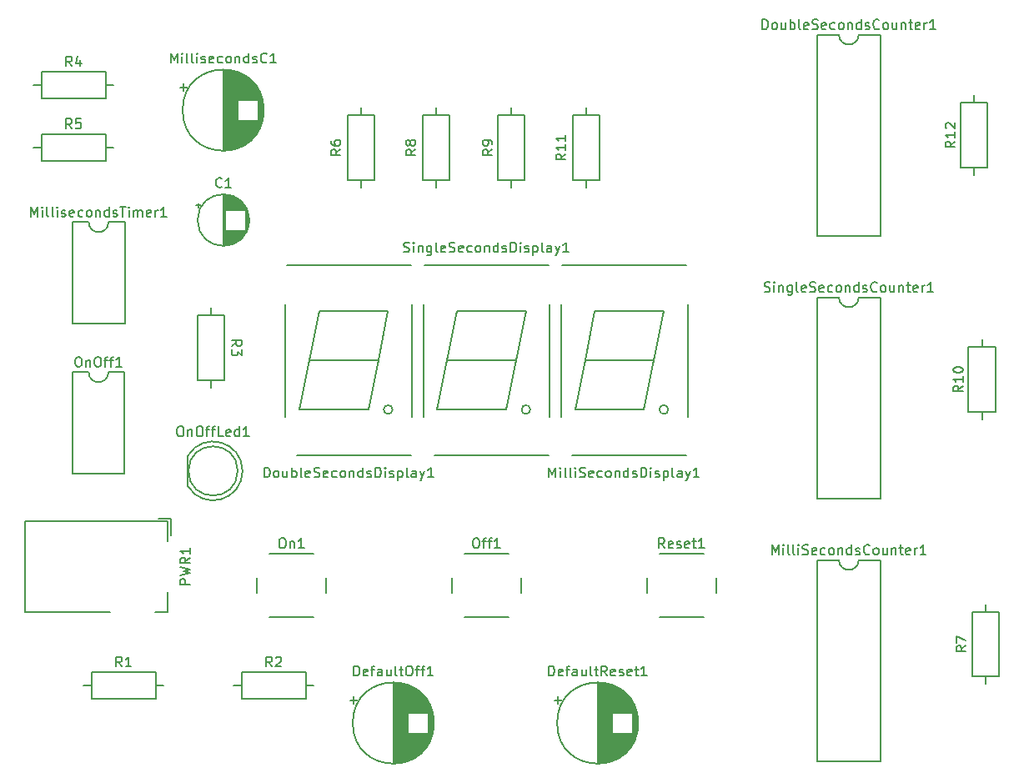
<source format=gbr>
%TF.GenerationSoftware,KiCad,Pcbnew,6.0.11+dfsg-1*%
%TF.CreationDate,2024-10-10T07:54:30+00:00*%
%TF.ProjectId,stoper,73746f70-6572-42e6-9b69-6361645f7063,rev?*%
%TF.SameCoordinates,Original*%
%TF.FileFunction,Legend,Top*%
%TF.FilePolarity,Positive*%
%FSLAX46Y46*%
G04 Gerber Fmt 4.6, Leading zero omitted, Abs format (unit mm)*
G04 Created by KiCad (PCBNEW 6.0.11+dfsg-1) date 2024-10-10 07:54:30*
%MOMM*%
%LPD*%
G01*
G04 APERTURE LIST*
%ADD10C,0.150000*%
G04 APERTURE END LIST*
D10*
%TO.C,MillisecondsTimer1*%
X74432857Y-69252380D02*
X74432857Y-68252380D01*
X74766190Y-68966666D01*
X75099523Y-68252380D01*
X75099523Y-69252380D01*
X75575714Y-69252380D02*
X75575714Y-68585714D01*
X75575714Y-68252380D02*
X75528095Y-68300000D01*
X75575714Y-68347619D01*
X75623333Y-68300000D01*
X75575714Y-68252380D01*
X75575714Y-68347619D01*
X76194761Y-69252380D02*
X76099523Y-69204761D01*
X76051904Y-69109523D01*
X76051904Y-68252380D01*
X76718571Y-69252380D02*
X76623333Y-69204761D01*
X76575714Y-69109523D01*
X76575714Y-68252380D01*
X77099523Y-69252380D02*
X77099523Y-68585714D01*
X77099523Y-68252380D02*
X77051904Y-68300000D01*
X77099523Y-68347619D01*
X77147142Y-68300000D01*
X77099523Y-68252380D01*
X77099523Y-68347619D01*
X77528095Y-69204761D02*
X77623333Y-69252380D01*
X77813809Y-69252380D01*
X77909047Y-69204761D01*
X77956666Y-69109523D01*
X77956666Y-69061904D01*
X77909047Y-68966666D01*
X77813809Y-68919047D01*
X77670952Y-68919047D01*
X77575714Y-68871428D01*
X77528095Y-68776190D01*
X77528095Y-68728571D01*
X77575714Y-68633333D01*
X77670952Y-68585714D01*
X77813809Y-68585714D01*
X77909047Y-68633333D01*
X78766190Y-69204761D02*
X78670952Y-69252380D01*
X78480476Y-69252380D01*
X78385238Y-69204761D01*
X78337619Y-69109523D01*
X78337619Y-68728571D01*
X78385238Y-68633333D01*
X78480476Y-68585714D01*
X78670952Y-68585714D01*
X78766190Y-68633333D01*
X78813809Y-68728571D01*
X78813809Y-68823809D01*
X78337619Y-68919047D01*
X79670952Y-69204761D02*
X79575714Y-69252380D01*
X79385238Y-69252380D01*
X79290000Y-69204761D01*
X79242380Y-69157142D01*
X79194761Y-69061904D01*
X79194761Y-68776190D01*
X79242380Y-68680952D01*
X79290000Y-68633333D01*
X79385238Y-68585714D01*
X79575714Y-68585714D01*
X79670952Y-68633333D01*
X80242380Y-69252380D02*
X80147142Y-69204761D01*
X80099523Y-69157142D01*
X80051904Y-69061904D01*
X80051904Y-68776190D01*
X80099523Y-68680952D01*
X80147142Y-68633333D01*
X80242380Y-68585714D01*
X80385238Y-68585714D01*
X80480476Y-68633333D01*
X80528095Y-68680952D01*
X80575714Y-68776190D01*
X80575714Y-69061904D01*
X80528095Y-69157142D01*
X80480476Y-69204761D01*
X80385238Y-69252380D01*
X80242380Y-69252380D01*
X81004285Y-68585714D02*
X81004285Y-69252380D01*
X81004285Y-68680952D02*
X81051904Y-68633333D01*
X81147142Y-68585714D01*
X81290000Y-68585714D01*
X81385238Y-68633333D01*
X81432857Y-68728571D01*
X81432857Y-69252380D01*
X82337619Y-69252380D02*
X82337619Y-68252380D01*
X82337619Y-69204761D02*
X82242380Y-69252380D01*
X82051904Y-69252380D01*
X81956666Y-69204761D01*
X81909047Y-69157142D01*
X81861428Y-69061904D01*
X81861428Y-68776190D01*
X81909047Y-68680952D01*
X81956666Y-68633333D01*
X82051904Y-68585714D01*
X82242380Y-68585714D01*
X82337619Y-68633333D01*
X82766190Y-69204761D02*
X82861428Y-69252380D01*
X83051904Y-69252380D01*
X83147142Y-69204761D01*
X83194761Y-69109523D01*
X83194761Y-69061904D01*
X83147142Y-68966666D01*
X83051904Y-68919047D01*
X82909047Y-68919047D01*
X82813809Y-68871428D01*
X82766190Y-68776190D01*
X82766190Y-68728571D01*
X82813809Y-68633333D01*
X82909047Y-68585714D01*
X83051904Y-68585714D01*
X83147142Y-68633333D01*
X83480476Y-68252380D02*
X84051904Y-68252380D01*
X83766190Y-69252380D02*
X83766190Y-68252380D01*
X84385238Y-69252380D02*
X84385238Y-68585714D01*
X84385238Y-68252380D02*
X84337619Y-68300000D01*
X84385238Y-68347619D01*
X84432857Y-68300000D01*
X84385238Y-68252380D01*
X84385238Y-68347619D01*
X84861428Y-69252380D02*
X84861428Y-68585714D01*
X84861428Y-68680952D02*
X84909047Y-68633333D01*
X85004285Y-68585714D01*
X85147142Y-68585714D01*
X85242380Y-68633333D01*
X85290000Y-68728571D01*
X85290000Y-69252380D01*
X85290000Y-68728571D02*
X85337619Y-68633333D01*
X85432857Y-68585714D01*
X85575714Y-68585714D01*
X85670952Y-68633333D01*
X85718571Y-68728571D01*
X85718571Y-69252380D01*
X86575714Y-69204761D02*
X86480476Y-69252380D01*
X86290000Y-69252380D01*
X86194761Y-69204761D01*
X86147142Y-69109523D01*
X86147142Y-68728571D01*
X86194761Y-68633333D01*
X86290000Y-68585714D01*
X86480476Y-68585714D01*
X86575714Y-68633333D01*
X86623333Y-68728571D01*
X86623333Y-68823809D01*
X86147142Y-68919047D01*
X87051904Y-69252380D02*
X87051904Y-68585714D01*
X87051904Y-68776190D02*
X87099523Y-68680952D01*
X87147142Y-68633333D01*
X87242380Y-68585714D01*
X87337619Y-68585714D01*
X88194761Y-69252380D02*
X87623333Y-69252380D01*
X87909047Y-69252380D02*
X87909047Y-68252380D01*
X87813809Y-68395238D01*
X87718571Y-68490476D01*
X87623333Y-68538095D01*
%TO.C,R11*%
X128722380Y-62872857D02*
X128246190Y-63206190D01*
X128722380Y-63444285D02*
X127722380Y-63444285D01*
X127722380Y-63063333D01*
X127770000Y-62968095D01*
X127817619Y-62920476D01*
X127912857Y-62872857D01*
X128055714Y-62872857D01*
X128150952Y-62920476D01*
X128198571Y-62968095D01*
X128246190Y-63063333D01*
X128246190Y-63444285D01*
X128722380Y-61920476D02*
X128722380Y-62491904D01*
X128722380Y-62206190D02*
X127722380Y-62206190D01*
X127865238Y-62301428D01*
X127960476Y-62396666D01*
X128008095Y-62491904D01*
X128722380Y-60968095D02*
X128722380Y-61539523D01*
X128722380Y-61253809D02*
X127722380Y-61253809D01*
X127865238Y-61349047D01*
X127960476Y-61444285D01*
X128008095Y-61539523D01*
%TO.C,SingleSecondsDisplay1*%
X112269047Y-72794761D02*
X112411904Y-72842380D01*
X112650000Y-72842380D01*
X112745238Y-72794761D01*
X112792857Y-72747142D01*
X112840476Y-72651904D01*
X112840476Y-72556666D01*
X112792857Y-72461428D01*
X112745238Y-72413809D01*
X112650000Y-72366190D01*
X112459523Y-72318571D01*
X112364285Y-72270952D01*
X112316666Y-72223333D01*
X112269047Y-72128095D01*
X112269047Y-72032857D01*
X112316666Y-71937619D01*
X112364285Y-71890000D01*
X112459523Y-71842380D01*
X112697619Y-71842380D01*
X112840476Y-71890000D01*
X113269047Y-72842380D02*
X113269047Y-72175714D01*
X113269047Y-71842380D02*
X113221428Y-71890000D01*
X113269047Y-71937619D01*
X113316666Y-71890000D01*
X113269047Y-71842380D01*
X113269047Y-71937619D01*
X113745238Y-72175714D02*
X113745238Y-72842380D01*
X113745238Y-72270952D02*
X113792857Y-72223333D01*
X113888095Y-72175714D01*
X114030952Y-72175714D01*
X114126190Y-72223333D01*
X114173809Y-72318571D01*
X114173809Y-72842380D01*
X115078571Y-72175714D02*
X115078571Y-72985238D01*
X115030952Y-73080476D01*
X114983333Y-73128095D01*
X114888095Y-73175714D01*
X114745238Y-73175714D01*
X114650000Y-73128095D01*
X115078571Y-72794761D02*
X114983333Y-72842380D01*
X114792857Y-72842380D01*
X114697619Y-72794761D01*
X114650000Y-72747142D01*
X114602380Y-72651904D01*
X114602380Y-72366190D01*
X114650000Y-72270952D01*
X114697619Y-72223333D01*
X114792857Y-72175714D01*
X114983333Y-72175714D01*
X115078571Y-72223333D01*
X115697619Y-72842380D02*
X115602380Y-72794761D01*
X115554761Y-72699523D01*
X115554761Y-71842380D01*
X116459523Y-72794761D02*
X116364285Y-72842380D01*
X116173809Y-72842380D01*
X116078571Y-72794761D01*
X116030952Y-72699523D01*
X116030952Y-72318571D01*
X116078571Y-72223333D01*
X116173809Y-72175714D01*
X116364285Y-72175714D01*
X116459523Y-72223333D01*
X116507142Y-72318571D01*
X116507142Y-72413809D01*
X116030952Y-72509047D01*
X116888095Y-72794761D02*
X117030952Y-72842380D01*
X117269047Y-72842380D01*
X117364285Y-72794761D01*
X117411904Y-72747142D01*
X117459523Y-72651904D01*
X117459523Y-72556666D01*
X117411904Y-72461428D01*
X117364285Y-72413809D01*
X117269047Y-72366190D01*
X117078571Y-72318571D01*
X116983333Y-72270952D01*
X116935714Y-72223333D01*
X116888095Y-72128095D01*
X116888095Y-72032857D01*
X116935714Y-71937619D01*
X116983333Y-71890000D01*
X117078571Y-71842380D01*
X117316666Y-71842380D01*
X117459523Y-71890000D01*
X118269047Y-72794761D02*
X118173809Y-72842380D01*
X117983333Y-72842380D01*
X117888095Y-72794761D01*
X117840476Y-72699523D01*
X117840476Y-72318571D01*
X117888095Y-72223333D01*
X117983333Y-72175714D01*
X118173809Y-72175714D01*
X118269047Y-72223333D01*
X118316666Y-72318571D01*
X118316666Y-72413809D01*
X117840476Y-72509047D01*
X119173809Y-72794761D02*
X119078571Y-72842380D01*
X118888095Y-72842380D01*
X118792857Y-72794761D01*
X118745238Y-72747142D01*
X118697619Y-72651904D01*
X118697619Y-72366190D01*
X118745238Y-72270952D01*
X118792857Y-72223333D01*
X118888095Y-72175714D01*
X119078571Y-72175714D01*
X119173809Y-72223333D01*
X119745238Y-72842380D02*
X119650000Y-72794761D01*
X119602380Y-72747142D01*
X119554761Y-72651904D01*
X119554761Y-72366190D01*
X119602380Y-72270952D01*
X119650000Y-72223333D01*
X119745238Y-72175714D01*
X119888095Y-72175714D01*
X119983333Y-72223333D01*
X120030952Y-72270952D01*
X120078571Y-72366190D01*
X120078571Y-72651904D01*
X120030952Y-72747142D01*
X119983333Y-72794761D01*
X119888095Y-72842380D01*
X119745238Y-72842380D01*
X120507142Y-72175714D02*
X120507142Y-72842380D01*
X120507142Y-72270952D02*
X120554761Y-72223333D01*
X120650000Y-72175714D01*
X120792857Y-72175714D01*
X120888095Y-72223333D01*
X120935714Y-72318571D01*
X120935714Y-72842380D01*
X121840476Y-72842380D02*
X121840476Y-71842380D01*
X121840476Y-72794761D02*
X121745238Y-72842380D01*
X121554761Y-72842380D01*
X121459523Y-72794761D01*
X121411904Y-72747142D01*
X121364285Y-72651904D01*
X121364285Y-72366190D01*
X121411904Y-72270952D01*
X121459523Y-72223333D01*
X121554761Y-72175714D01*
X121745238Y-72175714D01*
X121840476Y-72223333D01*
X122269047Y-72794761D02*
X122364285Y-72842380D01*
X122554761Y-72842380D01*
X122650000Y-72794761D01*
X122697619Y-72699523D01*
X122697619Y-72651904D01*
X122650000Y-72556666D01*
X122554761Y-72509047D01*
X122411904Y-72509047D01*
X122316666Y-72461428D01*
X122269047Y-72366190D01*
X122269047Y-72318571D01*
X122316666Y-72223333D01*
X122411904Y-72175714D01*
X122554761Y-72175714D01*
X122650000Y-72223333D01*
X123126190Y-72842380D02*
X123126190Y-71842380D01*
X123364285Y-71842380D01*
X123507142Y-71890000D01*
X123602380Y-71985238D01*
X123650000Y-72080476D01*
X123697619Y-72270952D01*
X123697619Y-72413809D01*
X123650000Y-72604285D01*
X123602380Y-72699523D01*
X123507142Y-72794761D01*
X123364285Y-72842380D01*
X123126190Y-72842380D01*
X124126190Y-72842380D02*
X124126190Y-72175714D01*
X124126190Y-71842380D02*
X124078571Y-71890000D01*
X124126190Y-71937619D01*
X124173809Y-71890000D01*
X124126190Y-71842380D01*
X124126190Y-71937619D01*
X124554761Y-72794761D02*
X124650000Y-72842380D01*
X124840476Y-72842380D01*
X124935714Y-72794761D01*
X124983333Y-72699523D01*
X124983333Y-72651904D01*
X124935714Y-72556666D01*
X124840476Y-72509047D01*
X124697619Y-72509047D01*
X124602380Y-72461428D01*
X124554761Y-72366190D01*
X124554761Y-72318571D01*
X124602380Y-72223333D01*
X124697619Y-72175714D01*
X124840476Y-72175714D01*
X124935714Y-72223333D01*
X125411904Y-72175714D02*
X125411904Y-73175714D01*
X125411904Y-72223333D02*
X125507142Y-72175714D01*
X125697619Y-72175714D01*
X125792857Y-72223333D01*
X125840476Y-72270952D01*
X125888095Y-72366190D01*
X125888095Y-72651904D01*
X125840476Y-72747142D01*
X125792857Y-72794761D01*
X125697619Y-72842380D01*
X125507142Y-72842380D01*
X125411904Y-72794761D01*
X126459523Y-72842380D02*
X126364285Y-72794761D01*
X126316666Y-72699523D01*
X126316666Y-71842380D01*
X127269047Y-72842380D02*
X127269047Y-72318571D01*
X127221428Y-72223333D01*
X127126190Y-72175714D01*
X126935714Y-72175714D01*
X126840476Y-72223333D01*
X127269047Y-72794761D02*
X127173809Y-72842380D01*
X126935714Y-72842380D01*
X126840476Y-72794761D01*
X126792857Y-72699523D01*
X126792857Y-72604285D01*
X126840476Y-72509047D01*
X126935714Y-72461428D01*
X127173809Y-72461428D01*
X127269047Y-72413809D01*
X127650000Y-72175714D02*
X127888095Y-72842380D01*
X128126190Y-72175714D02*
X127888095Y-72842380D01*
X127792857Y-73080476D01*
X127745238Y-73128095D01*
X127650000Y-73175714D01*
X129030952Y-72842380D02*
X128459523Y-72842380D01*
X128745238Y-72842380D02*
X128745238Y-71842380D01*
X128650000Y-71985238D01*
X128554761Y-72080476D01*
X128459523Y-72128095D01*
%TO.C,DefaultOff1*%
X107214245Y-115852380D02*
X107214245Y-114852380D01*
X107452340Y-114852380D01*
X107595197Y-114900000D01*
X107690435Y-114995238D01*
X107738054Y-115090476D01*
X107785673Y-115280952D01*
X107785673Y-115423809D01*
X107738054Y-115614285D01*
X107690435Y-115709523D01*
X107595197Y-115804761D01*
X107452340Y-115852380D01*
X107214245Y-115852380D01*
X108595197Y-115804761D02*
X108499959Y-115852380D01*
X108309483Y-115852380D01*
X108214245Y-115804761D01*
X108166625Y-115709523D01*
X108166625Y-115328571D01*
X108214245Y-115233333D01*
X108309483Y-115185714D01*
X108499959Y-115185714D01*
X108595197Y-115233333D01*
X108642816Y-115328571D01*
X108642816Y-115423809D01*
X108166625Y-115519047D01*
X108928530Y-115185714D02*
X109309483Y-115185714D01*
X109071387Y-115852380D02*
X109071387Y-114995238D01*
X109119006Y-114900000D01*
X109214245Y-114852380D01*
X109309483Y-114852380D01*
X110071387Y-115852380D02*
X110071387Y-115328571D01*
X110023768Y-115233333D01*
X109928530Y-115185714D01*
X109738054Y-115185714D01*
X109642816Y-115233333D01*
X110071387Y-115804761D02*
X109976149Y-115852380D01*
X109738054Y-115852380D01*
X109642816Y-115804761D01*
X109595197Y-115709523D01*
X109595197Y-115614285D01*
X109642816Y-115519047D01*
X109738054Y-115471428D01*
X109976149Y-115471428D01*
X110071387Y-115423809D01*
X110976149Y-115185714D02*
X110976149Y-115852380D01*
X110547578Y-115185714D02*
X110547578Y-115709523D01*
X110595197Y-115804761D01*
X110690435Y-115852380D01*
X110833292Y-115852380D01*
X110928530Y-115804761D01*
X110976149Y-115757142D01*
X111595197Y-115852380D02*
X111499959Y-115804761D01*
X111452340Y-115709523D01*
X111452340Y-114852380D01*
X111833292Y-115185714D02*
X112214245Y-115185714D01*
X111976149Y-114852380D02*
X111976149Y-115709523D01*
X112023768Y-115804761D01*
X112119006Y-115852380D01*
X112214245Y-115852380D01*
X112738054Y-114852380D02*
X112928530Y-114852380D01*
X113023768Y-114900000D01*
X113119006Y-114995238D01*
X113166625Y-115185714D01*
X113166625Y-115519047D01*
X113119006Y-115709523D01*
X113023768Y-115804761D01*
X112928530Y-115852380D01*
X112738054Y-115852380D01*
X112642816Y-115804761D01*
X112547578Y-115709523D01*
X112499959Y-115519047D01*
X112499959Y-115185714D01*
X112547578Y-114995238D01*
X112642816Y-114900000D01*
X112738054Y-114852380D01*
X113452340Y-115185714D02*
X113833292Y-115185714D01*
X113595197Y-115852380D02*
X113595197Y-114995238D01*
X113642816Y-114900000D01*
X113738054Y-114852380D01*
X113833292Y-114852380D01*
X114023768Y-115185714D02*
X114404721Y-115185714D01*
X114166625Y-115852380D02*
X114166625Y-114995238D01*
X114214245Y-114900000D01*
X114309483Y-114852380D01*
X114404721Y-114852380D01*
X115261864Y-115852380D02*
X114690435Y-115852380D01*
X114976149Y-115852380D02*
X114976149Y-114852380D01*
X114880911Y-114995238D01*
X114785673Y-115090476D01*
X114690435Y-115138095D01*
%TO.C,R7*%
X169362380Y-112806666D02*
X168886190Y-113140000D01*
X169362380Y-113378095D02*
X168362380Y-113378095D01*
X168362380Y-112997142D01*
X168410000Y-112901904D01*
X168457619Y-112854285D01*
X168552857Y-112806666D01*
X168695714Y-112806666D01*
X168790952Y-112854285D01*
X168838571Y-112901904D01*
X168886190Y-112997142D01*
X168886190Y-113378095D01*
X168362380Y-112473333D02*
X168362380Y-111806666D01*
X169362380Y-112235238D01*
%TO.C,MilliSecondsCounter1*%
X149674285Y-103547380D02*
X149674285Y-102547380D01*
X150007619Y-103261666D01*
X150340952Y-102547380D01*
X150340952Y-103547380D01*
X150817142Y-103547380D02*
X150817142Y-102880714D01*
X150817142Y-102547380D02*
X150769523Y-102595000D01*
X150817142Y-102642619D01*
X150864761Y-102595000D01*
X150817142Y-102547380D01*
X150817142Y-102642619D01*
X151436190Y-103547380D02*
X151340952Y-103499761D01*
X151293333Y-103404523D01*
X151293333Y-102547380D01*
X151960000Y-103547380D02*
X151864761Y-103499761D01*
X151817142Y-103404523D01*
X151817142Y-102547380D01*
X152340952Y-103547380D02*
X152340952Y-102880714D01*
X152340952Y-102547380D02*
X152293333Y-102595000D01*
X152340952Y-102642619D01*
X152388571Y-102595000D01*
X152340952Y-102547380D01*
X152340952Y-102642619D01*
X152769523Y-103499761D02*
X152912380Y-103547380D01*
X153150476Y-103547380D01*
X153245714Y-103499761D01*
X153293333Y-103452142D01*
X153340952Y-103356904D01*
X153340952Y-103261666D01*
X153293333Y-103166428D01*
X153245714Y-103118809D01*
X153150476Y-103071190D01*
X152960000Y-103023571D01*
X152864761Y-102975952D01*
X152817142Y-102928333D01*
X152769523Y-102833095D01*
X152769523Y-102737857D01*
X152817142Y-102642619D01*
X152864761Y-102595000D01*
X152960000Y-102547380D01*
X153198095Y-102547380D01*
X153340952Y-102595000D01*
X154150476Y-103499761D02*
X154055238Y-103547380D01*
X153864761Y-103547380D01*
X153769523Y-103499761D01*
X153721904Y-103404523D01*
X153721904Y-103023571D01*
X153769523Y-102928333D01*
X153864761Y-102880714D01*
X154055238Y-102880714D01*
X154150476Y-102928333D01*
X154198095Y-103023571D01*
X154198095Y-103118809D01*
X153721904Y-103214047D01*
X155055238Y-103499761D02*
X154960000Y-103547380D01*
X154769523Y-103547380D01*
X154674285Y-103499761D01*
X154626666Y-103452142D01*
X154579047Y-103356904D01*
X154579047Y-103071190D01*
X154626666Y-102975952D01*
X154674285Y-102928333D01*
X154769523Y-102880714D01*
X154960000Y-102880714D01*
X155055238Y-102928333D01*
X155626666Y-103547380D02*
X155531428Y-103499761D01*
X155483809Y-103452142D01*
X155436190Y-103356904D01*
X155436190Y-103071190D01*
X155483809Y-102975952D01*
X155531428Y-102928333D01*
X155626666Y-102880714D01*
X155769523Y-102880714D01*
X155864761Y-102928333D01*
X155912380Y-102975952D01*
X155960000Y-103071190D01*
X155960000Y-103356904D01*
X155912380Y-103452142D01*
X155864761Y-103499761D01*
X155769523Y-103547380D01*
X155626666Y-103547380D01*
X156388571Y-102880714D02*
X156388571Y-103547380D01*
X156388571Y-102975952D02*
X156436190Y-102928333D01*
X156531428Y-102880714D01*
X156674285Y-102880714D01*
X156769523Y-102928333D01*
X156817142Y-103023571D01*
X156817142Y-103547380D01*
X157721904Y-103547380D02*
X157721904Y-102547380D01*
X157721904Y-103499761D02*
X157626666Y-103547380D01*
X157436190Y-103547380D01*
X157340952Y-103499761D01*
X157293333Y-103452142D01*
X157245714Y-103356904D01*
X157245714Y-103071190D01*
X157293333Y-102975952D01*
X157340952Y-102928333D01*
X157436190Y-102880714D01*
X157626666Y-102880714D01*
X157721904Y-102928333D01*
X158150476Y-103499761D02*
X158245714Y-103547380D01*
X158436190Y-103547380D01*
X158531428Y-103499761D01*
X158579047Y-103404523D01*
X158579047Y-103356904D01*
X158531428Y-103261666D01*
X158436190Y-103214047D01*
X158293333Y-103214047D01*
X158198095Y-103166428D01*
X158150476Y-103071190D01*
X158150476Y-103023571D01*
X158198095Y-102928333D01*
X158293333Y-102880714D01*
X158436190Y-102880714D01*
X158531428Y-102928333D01*
X159579047Y-103452142D02*
X159531428Y-103499761D01*
X159388571Y-103547380D01*
X159293333Y-103547380D01*
X159150476Y-103499761D01*
X159055238Y-103404523D01*
X159007619Y-103309285D01*
X158960000Y-103118809D01*
X158960000Y-102975952D01*
X159007619Y-102785476D01*
X159055238Y-102690238D01*
X159150476Y-102595000D01*
X159293333Y-102547380D01*
X159388571Y-102547380D01*
X159531428Y-102595000D01*
X159579047Y-102642619D01*
X160150476Y-103547380D02*
X160055238Y-103499761D01*
X160007619Y-103452142D01*
X159960000Y-103356904D01*
X159960000Y-103071190D01*
X160007619Y-102975952D01*
X160055238Y-102928333D01*
X160150476Y-102880714D01*
X160293333Y-102880714D01*
X160388571Y-102928333D01*
X160436190Y-102975952D01*
X160483809Y-103071190D01*
X160483809Y-103356904D01*
X160436190Y-103452142D01*
X160388571Y-103499761D01*
X160293333Y-103547380D01*
X160150476Y-103547380D01*
X161340952Y-102880714D02*
X161340952Y-103547380D01*
X160912380Y-102880714D02*
X160912380Y-103404523D01*
X160960000Y-103499761D01*
X161055238Y-103547380D01*
X161198095Y-103547380D01*
X161293333Y-103499761D01*
X161340952Y-103452142D01*
X161817142Y-102880714D02*
X161817142Y-103547380D01*
X161817142Y-102975952D02*
X161864761Y-102928333D01*
X161960000Y-102880714D01*
X162102857Y-102880714D01*
X162198095Y-102928333D01*
X162245714Y-103023571D01*
X162245714Y-103547380D01*
X162579047Y-102880714D02*
X162960000Y-102880714D01*
X162721904Y-102547380D02*
X162721904Y-103404523D01*
X162769523Y-103499761D01*
X162864761Y-103547380D01*
X162960000Y-103547380D01*
X163674285Y-103499761D02*
X163579047Y-103547380D01*
X163388571Y-103547380D01*
X163293333Y-103499761D01*
X163245714Y-103404523D01*
X163245714Y-103023571D01*
X163293333Y-102928333D01*
X163388571Y-102880714D01*
X163579047Y-102880714D01*
X163674285Y-102928333D01*
X163721904Y-103023571D01*
X163721904Y-103118809D01*
X163245714Y-103214047D01*
X164150476Y-103547380D02*
X164150476Y-102880714D01*
X164150476Y-103071190D02*
X164198095Y-102975952D01*
X164245714Y-102928333D01*
X164340952Y-102880714D01*
X164436190Y-102880714D01*
X165293333Y-103547380D02*
X164721904Y-103547380D01*
X165007619Y-103547380D02*
X165007619Y-102547380D01*
X164912380Y-102690238D01*
X164817142Y-102785476D01*
X164721904Y-102833095D01*
%TO.C,C1*%
X93793333Y-66187142D02*
X93745714Y-66234761D01*
X93602857Y-66282380D01*
X93507619Y-66282380D01*
X93364761Y-66234761D01*
X93269523Y-66139523D01*
X93221904Y-66044285D01*
X93174285Y-65853809D01*
X93174285Y-65710952D01*
X93221904Y-65520476D01*
X93269523Y-65425238D01*
X93364761Y-65330000D01*
X93507619Y-65282380D01*
X93602857Y-65282380D01*
X93745714Y-65330000D01*
X93793333Y-65377619D01*
X94745714Y-66282380D02*
X94174285Y-66282380D01*
X94460000Y-66282380D02*
X94460000Y-65282380D01*
X94364761Y-65425238D01*
X94269523Y-65520476D01*
X94174285Y-65568095D01*
%TO.C,DoubleSecondsDisplay1*%
X98108571Y-95702380D02*
X98108571Y-94702380D01*
X98346666Y-94702380D01*
X98489523Y-94750000D01*
X98584761Y-94845238D01*
X98632380Y-94940476D01*
X98680000Y-95130952D01*
X98680000Y-95273809D01*
X98632380Y-95464285D01*
X98584761Y-95559523D01*
X98489523Y-95654761D01*
X98346666Y-95702380D01*
X98108571Y-95702380D01*
X99251428Y-95702380D02*
X99156190Y-95654761D01*
X99108571Y-95607142D01*
X99060952Y-95511904D01*
X99060952Y-95226190D01*
X99108571Y-95130952D01*
X99156190Y-95083333D01*
X99251428Y-95035714D01*
X99394285Y-95035714D01*
X99489523Y-95083333D01*
X99537142Y-95130952D01*
X99584761Y-95226190D01*
X99584761Y-95511904D01*
X99537142Y-95607142D01*
X99489523Y-95654761D01*
X99394285Y-95702380D01*
X99251428Y-95702380D01*
X100441904Y-95035714D02*
X100441904Y-95702380D01*
X100013333Y-95035714D02*
X100013333Y-95559523D01*
X100060952Y-95654761D01*
X100156190Y-95702380D01*
X100299047Y-95702380D01*
X100394285Y-95654761D01*
X100441904Y-95607142D01*
X100918095Y-95702380D02*
X100918095Y-94702380D01*
X100918095Y-95083333D02*
X101013333Y-95035714D01*
X101203809Y-95035714D01*
X101299047Y-95083333D01*
X101346666Y-95130952D01*
X101394285Y-95226190D01*
X101394285Y-95511904D01*
X101346666Y-95607142D01*
X101299047Y-95654761D01*
X101203809Y-95702380D01*
X101013333Y-95702380D01*
X100918095Y-95654761D01*
X101965714Y-95702380D02*
X101870476Y-95654761D01*
X101822857Y-95559523D01*
X101822857Y-94702380D01*
X102727619Y-95654761D02*
X102632380Y-95702380D01*
X102441904Y-95702380D01*
X102346666Y-95654761D01*
X102299047Y-95559523D01*
X102299047Y-95178571D01*
X102346666Y-95083333D01*
X102441904Y-95035714D01*
X102632380Y-95035714D01*
X102727619Y-95083333D01*
X102775238Y-95178571D01*
X102775238Y-95273809D01*
X102299047Y-95369047D01*
X103156190Y-95654761D02*
X103299047Y-95702380D01*
X103537142Y-95702380D01*
X103632380Y-95654761D01*
X103680000Y-95607142D01*
X103727619Y-95511904D01*
X103727619Y-95416666D01*
X103680000Y-95321428D01*
X103632380Y-95273809D01*
X103537142Y-95226190D01*
X103346666Y-95178571D01*
X103251428Y-95130952D01*
X103203809Y-95083333D01*
X103156190Y-94988095D01*
X103156190Y-94892857D01*
X103203809Y-94797619D01*
X103251428Y-94750000D01*
X103346666Y-94702380D01*
X103584761Y-94702380D01*
X103727619Y-94750000D01*
X104537142Y-95654761D02*
X104441904Y-95702380D01*
X104251428Y-95702380D01*
X104156190Y-95654761D01*
X104108571Y-95559523D01*
X104108571Y-95178571D01*
X104156190Y-95083333D01*
X104251428Y-95035714D01*
X104441904Y-95035714D01*
X104537142Y-95083333D01*
X104584761Y-95178571D01*
X104584761Y-95273809D01*
X104108571Y-95369047D01*
X105441904Y-95654761D02*
X105346666Y-95702380D01*
X105156190Y-95702380D01*
X105060952Y-95654761D01*
X105013333Y-95607142D01*
X104965714Y-95511904D01*
X104965714Y-95226190D01*
X105013333Y-95130952D01*
X105060952Y-95083333D01*
X105156190Y-95035714D01*
X105346666Y-95035714D01*
X105441904Y-95083333D01*
X106013333Y-95702380D02*
X105918095Y-95654761D01*
X105870476Y-95607142D01*
X105822857Y-95511904D01*
X105822857Y-95226190D01*
X105870476Y-95130952D01*
X105918095Y-95083333D01*
X106013333Y-95035714D01*
X106156190Y-95035714D01*
X106251428Y-95083333D01*
X106299047Y-95130952D01*
X106346666Y-95226190D01*
X106346666Y-95511904D01*
X106299047Y-95607142D01*
X106251428Y-95654761D01*
X106156190Y-95702380D01*
X106013333Y-95702380D01*
X106775238Y-95035714D02*
X106775238Y-95702380D01*
X106775238Y-95130952D02*
X106822857Y-95083333D01*
X106918095Y-95035714D01*
X107060952Y-95035714D01*
X107156190Y-95083333D01*
X107203809Y-95178571D01*
X107203809Y-95702380D01*
X108108571Y-95702380D02*
X108108571Y-94702380D01*
X108108571Y-95654761D02*
X108013333Y-95702380D01*
X107822857Y-95702380D01*
X107727619Y-95654761D01*
X107680000Y-95607142D01*
X107632380Y-95511904D01*
X107632380Y-95226190D01*
X107680000Y-95130952D01*
X107727619Y-95083333D01*
X107822857Y-95035714D01*
X108013333Y-95035714D01*
X108108571Y-95083333D01*
X108537142Y-95654761D02*
X108632380Y-95702380D01*
X108822857Y-95702380D01*
X108918095Y-95654761D01*
X108965714Y-95559523D01*
X108965714Y-95511904D01*
X108918095Y-95416666D01*
X108822857Y-95369047D01*
X108680000Y-95369047D01*
X108584761Y-95321428D01*
X108537142Y-95226190D01*
X108537142Y-95178571D01*
X108584761Y-95083333D01*
X108680000Y-95035714D01*
X108822857Y-95035714D01*
X108918095Y-95083333D01*
X109394285Y-95702380D02*
X109394285Y-94702380D01*
X109632380Y-94702380D01*
X109775238Y-94750000D01*
X109870476Y-94845238D01*
X109918095Y-94940476D01*
X109965714Y-95130952D01*
X109965714Y-95273809D01*
X109918095Y-95464285D01*
X109870476Y-95559523D01*
X109775238Y-95654761D01*
X109632380Y-95702380D01*
X109394285Y-95702380D01*
X110394285Y-95702380D02*
X110394285Y-95035714D01*
X110394285Y-94702380D02*
X110346666Y-94750000D01*
X110394285Y-94797619D01*
X110441904Y-94750000D01*
X110394285Y-94702380D01*
X110394285Y-94797619D01*
X110822857Y-95654761D02*
X110918095Y-95702380D01*
X111108571Y-95702380D01*
X111203809Y-95654761D01*
X111251428Y-95559523D01*
X111251428Y-95511904D01*
X111203809Y-95416666D01*
X111108571Y-95369047D01*
X110965714Y-95369047D01*
X110870476Y-95321428D01*
X110822857Y-95226190D01*
X110822857Y-95178571D01*
X110870476Y-95083333D01*
X110965714Y-95035714D01*
X111108571Y-95035714D01*
X111203809Y-95083333D01*
X111680000Y-95035714D02*
X111680000Y-96035714D01*
X111680000Y-95083333D02*
X111775238Y-95035714D01*
X111965714Y-95035714D01*
X112060952Y-95083333D01*
X112108571Y-95130952D01*
X112156190Y-95226190D01*
X112156190Y-95511904D01*
X112108571Y-95607142D01*
X112060952Y-95654761D01*
X111965714Y-95702380D01*
X111775238Y-95702380D01*
X111680000Y-95654761D01*
X112727619Y-95702380D02*
X112632380Y-95654761D01*
X112584761Y-95559523D01*
X112584761Y-94702380D01*
X113537142Y-95702380D02*
X113537142Y-95178571D01*
X113489523Y-95083333D01*
X113394285Y-95035714D01*
X113203809Y-95035714D01*
X113108571Y-95083333D01*
X113537142Y-95654761D02*
X113441904Y-95702380D01*
X113203809Y-95702380D01*
X113108571Y-95654761D01*
X113060952Y-95559523D01*
X113060952Y-95464285D01*
X113108571Y-95369047D01*
X113203809Y-95321428D01*
X113441904Y-95321428D01*
X113537142Y-95273809D01*
X113918095Y-95035714D02*
X114156190Y-95702380D01*
X114394285Y-95035714D02*
X114156190Y-95702380D01*
X114060952Y-95940476D01*
X114013333Y-95988095D01*
X113918095Y-96035714D01*
X115299047Y-95702380D02*
X114727619Y-95702380D01*
X115013333Y-95702380D02*
X115013333Y-94702380D01*
X114918095Y-94845238D01*
X114822857Y-94940476D01*
X114727619Y-94988095D01*
%TO.C,On1*%
X99860626Y-101882380D02*
X100051102Y-101882380D01*
X100146340Y-101930000D01*
X100241578Y-102025238D01*
X100289197Y-102215714D01*
X100289197Y-102549047D01*
X100241578Y-102739523D01*
X100146340Y-102834761D01*
X100051102Y-102882380D01*
X99860626Y-102882380D01*
X99765388Y-102834761D01*
X99670150Y-102739523D01*
X99622531Y-102549047D01*
X99622531Y-102215714D01*
X99670150Y-102025238D01*
X99765388Y-101930000D01*
X99860626Y-101882380D01*
X100717769Y-102215714D02*
X100717769Y-102882380D01*
X100717769Y-102310952D02*
X100765388Y-102263333D01*
X100860626Y-102215714D01*
X101003483Y-102215714D01*
X101098721Y-102263333D01*
X101146340Y-102358571D01*
X101146340Y-102882380D01*
X102146340Y-102882380D02*
X101574912Y-102882380D01*
X101860626Y-102882380D02*
X101860626Y-101882380D01*
X101765388Y-102025238D01*
X101670150Y-102120476D01*
X101574912Y-102168095D01*
%TO.C,R9*%
X121272380Y-62396666D02*
X120796190Y-62730000D01*
X121272380Y-62968095D02*
X120272380Y-62968095D01*
X120272380Y-62587142D01*
X120320000Y-62491904D01*
X120367619Y-62444285D01*
X120462857Y-62396666D01*
X120605714Y-62396666D01*
X120700952Y-62444285D01*
X120748571Y-62491904D01*
X120796190Y-62587142D01*
X120796190Y-62968095D01*
X121272380Y-61920476D02*
X121272380Y-61730000D01*
X121224761Y-61634761D01*
X121177142Y-61587142D01*
X121034285Y-61491904D01*
X120843809Y-61444285D01*
X120462857Y-61444285D01*
X120367619Y-61491904D01*
X120320000Y-61539523D01*
X120272380Y-61634761D01*
X120272380Y-61825238D01*
X120320000Y-61920476D01*
X120367619Y-61968095D01*
X120462857Y-62015714D01*
X120700952Y-62015714D01*
X120796190Y-61968095D01*
X120843809Y-61920476D01*
X120891428Y-61825238D01*
X120891428Y-61634761D01*
X120843809Y-61539523D01*
X120796190Y-61491904D01*
X120700952Y-61444285D01*
%TO.C,R3*%
X94797619Y-82383333D02*
X95273809Y-82050000D01*
X94797619Y-81811904D02*
X95797619Y-81811904D01*
X95797619Y-82192857D01*
X95750000Y-82288095D01*
X95702380Y-82335714D01*
X95607142Y-82383333D01*
X95464285Y-82383333D01*
X95369047Y-82335714D01*
X95321428Y-82288095D01*
X95273809Y-82192857D01*
X95273809Y-81811904D01*
X95797619Y-82716666D02*
X95797619Y-83335714D01*
X95416666Y-83002380D01*
X95416666Y-83145238D01*
X95369047Y-83240476D01*
X95321428Y-83288095D01*
X95226190Y-83335714D01*
X94988095Y-83335714D01*
X94892857Y-83288095D01*
X94845238Y-83240476D01*
X94797619Y-83145238D01*
X94797619Y-82859523D01*
X94845238Y-82764285D01*
X94892857Y-82716666D01*
%TO.C,PWR1*%
X90582380Y-106569523D02*
X89582380Y-106569523D01*
X89582380Y-106188571D01*
X89630000Y-106093333D01*
X89677619Y-106045714D01*
X89772857Y-105998095D01*
X89915714Y-105998095D01*
X90010952Y-106045714D01*
X90058571Y-106093333D01*
X90106190Y-106188571D01*
X90106190Y-106569523D01*
X89582380Y-105664761D02*
X90582380Y-105426666D01*
X89868095Y-105236190D01*
X90582380Y-105045714D01*
X89582380Y-104807619D01*
X90582380Y-103855238D02*
X90106190Y-104188571D01*
X90582380Y-104426666D02*
X89582380Y-104426666D01*
X89582380Y-104045714D01*
X89630000Y-103950476D01*
X89677619Y-103902857D01*
X89772857Y-103855238D01*
X89915714Y-103855238D01*
X90010952Y-103902857D01*
X90058571Y-103950476D01*
X90106190Y-104045714D01*
X90106190Y-104426666D01*
X90582380Y-102902857D02*
X90582380Y-103474285D01*
X90582380Y-103188571D02*
X89582380Y-103188571D01*
X89725238Y-103283809D01*
X89820476Y-103379047D01*
X89868095Y-103474285D01*
%TO.C,R1*%
X83653333Y-114922380D02*
X83320000Y-114446190D01*
X83081904Y-114922380D02*
X83081904Y-113922380D01*
X83462857Y-113922380D01*
X83558095Y-113970000D01*
X83605714Y-114017619D01*
X83653333Y-114112857D01*
X83653333Y-114255714D01*
X83605714Y-114350952D01*
X83558095Y-114398571D01*
X83462857Y-114446190D01*
X83081904Y-114446190D01*
X84605714Y-114922380D02*
X84034285Y-114922380D01*
X84320000Y-114922380D02*
X84320000Y-113922380D01*
X84224761Y-114065238D01*
X84129523Y-114160476D01*
X84034285Y-114208095D01*
%TO.C,R10*%
X169062380Y-86412857D02*
X168586190Y-86746190D01*
X169062380Y-86984285D02*
X168062380Y-86984285D01*
X168062380Y-86603333D01*
X168110000Y-86508095D01*
X168157619Y-86460476D01*
X168252857Y-86412857D01*
X168395714Y-86412857D01*
X168490952Y-86460476D01*
X168538571Y-86508095D01*
X168586190Y-86603333D01*
X168586190Y-86984285D01*
X169062380Y-85460476D02*
X169062380Y-86031904D01*
X169062380Y-85746190D02*
X168062380Y-85746190D01*
X168205238Y-85841428D01*
X168300476Y-85936666D01*
X168348095Y-86031904D01*
X168062380Y-84841428D02*
X168062380Y-84746190D01*
X168110000Y-84650952D01*
X168157619Y-84603333D01*
X168252857Y-84555714D01*
X168443333Y-84508095D01*
X168681428Y-84508095D01*
X168871904Y-84555714D01*
X168967142Y-84603333D01*
X169014761Y-84650952D01*
X169062380Y-84746190D01*
X169062380Y-84841428D01*
X169014761Y-84936666D01*
X168967142Y-84984285D01*
X168871904Y-85031904D01*
X168681428Y-85079523D01*
X168443333Y-85079523D01*
X168252857Y-85031904D01*
X168157619Y-84984285D01*
X168110000Y-84936666D01*
X168062380Y-84841428D01*
%TO.C,MilliSecondsDisplay1*%
X127024761Y-95702380D02*
X127024761Y-94702380D01*
X127358095Y-95416666D01*
X127691428Y-94702380D01*
X127691428Y-95702380D01*
X128167619Y-95702380D02*
X128167619Y-95035714D01*
X128167619Y-94702380D02*
X128120000Y-94750000D01*
X128167619Y-94797619D01*
X128215238Y-94750000D01*
X128167619Y-94702380D01*
X128167619Y-94797619D01*
X128786666Y-95702380D02*
X128691428Y-95654761D01*
X128643809Y-95559523D01*
X128643809Y-94702380D01*
X129310476Y-95702380D02*
X129215238Y-95654761D01*
X129167619Y-95559523D01*
X129167619Y-94702380D01*
X129691428Y-95702380D02*
X129691428Y-95035714D01*
X129691428Y-94702380D02*
X129643809Y-94750000D01*
X129691428Y-94797619D01*
X129739047Y-94750000D01*
X129691428Y-94702380D01*
X129691428Y-94797619D01*
X130120000Y-95654761D02*
X130262857Y-95702380D01*
X130500952Y-95702380D01*
X130596190Y-95654761D01*
X130643809Y-95607142D01*
X130691428Y-95511904D01*
X130691428Y-95416666D01*
X130643809Y-95321428D01*
X130596190Y-95273809D01*
X130500952Y-95226190D01*
X130310476Y-95178571D01*
X130215238Y-95130952D01*
X130167619Y-95083333D01*
X130120000Y-94988095D01*
X130120000Y-94892857D01*
X130167619Y-94797619D01*
X130215238Y-94750000D01*
X130310476Y-94702380D01*
X130548571Y-94702380D01*
X130691428Y-94750000D01*
X131500952Y-95654761D02*
X131405714Y-95702380D01*
X131215238Y-95702380D01*
X131120000Y-95654761D01*
X131072380Y-95559523D01*
X131072380Y-95178571D01*
X131120000Y-95083333D01*
X131215238Y-95035714D01*
X131405714Y-95035714D01*
X131500952Y-95083333D01*
X131548571Y-95178571D01*
X131548571Y-95273809D01*
X131072380Y-95369047D01*
X132405714Y-95654761D02*
X132310476Y-95702380D01*
X132120000Y-95702380D01*
X132024761Y-95654761D01*
X131977142Y-95607142D01*
X131929523Y-95511904D01*
X131929523Y-95226190D01*
X131977142Y-95130952D01*
X132024761Y-95083333D01*
X132120000Y-95035714D01*
X132310476Y-95035714D01*
X132405714Y-95083333D01*
X132977142Y-95702380D02*
X132881904Y-95654761D01*
X132834285Y-95607142D01*
X132786666Y-95511904D01*
X132786666Y-95226190D01*
X132834285Y-95130952D01*
X132881904Y-95083333D01*
X132977142Y-95035714D01*
X133120000Y-95035714D01*
X133215238Y-95083333D01*
X133262857Y-95130952D01*
X133310476Y-95226190D01*
X133310476Y-95511904D01*
X133262857Y-95607142D01*
X133215238Y-95654761D01*
X133120000Y-95702380D01*
X132977142Y-95702380D01*
X133739047Y-95035714D02*
X133739047Y-95702380D01*
X133739047Y-95130952D02*
X133786666Y-95083333D01*
X133881904Y-95035714D01*
X134024761Y-95035714D01*
X134120000Y-95083333D01*
X134167619Y-95178571D01*
X134167619Y-95702380D01*
X135072380Y-95702380D02*
X135072380Y-94702380D01*
X135072380Y-95654761D02*
X134977142Y-95702380D01*
X134786666Y-95702380D01*
X134691428Y-95654761D01*
X134643809Y-95607142D01*
X134596190Y-95511904D01*
X134596190Y-95226190D01*
X134643809Y-95130952D01*
X134691428Y-95083333D01*
X134786666Y-95035714D01*
X134977142Y-95035714D01*
X135072380Y-95083333D01*
X135500952Y-95654761D02*
X135596190Y-95702380D01*
X135786666Y-95702380D01*
X135881904Y-95654761D01*
X135929523Y-95559523D01*
X135929523Y-95511904D01*
X135881904Y-95416666D01*
X135786666Y-95369047D01*
X135643809Y-95369047D01*
X135548571Y-95321428D01*
X135500952Y-95226190D01*
X135500952Y-95178571D01*
X135548571Y-95083333D01*
X135643809Y-95035714D01*
X135786666Y-95035714D01*
X135881904Y-95083333D01*
X136358095Y-95702380D02*
X136358095Y-94702380D01*
X136596190Y-94702380D01*
X136739047Y-94750000D01*
X136834285Y-94845238D01*
X136881904Y-94940476D01*
X136929523Y-95130952D01*
X136929523Y-95273809D01*
X136881904Y-95464285D01*
X136834285Y-95559523D01*
X136739047Y-95654761D01*
X136596190Y-95702380D01*
X136358095Y-95702380D01*
X137358095Y-95702380D02*
X137358095Y-95035714D01*
X137358095Y-94702380D02*
X137310476Y-94750000D01*
X137358095Y-94797619D01*
X137405714Y-94750000D01*
X137358095Y-94702380D01*
X137358095Y-94797619D01*
X137786666Y-95654761D02*
X137881904Y-95702380D01*
X138072380Y-95702380D01*
X138167619Y-95654761D01*
X138215238Y-95559523D01*
X138215238Y-95511904D01*
X138167619Y-95416666D01*
X138072380Y-95369047D01*
X137929523Y-95369047D01*
X137834285Y-95321428D01*
X137786666Y-95226190D01*
X137786666Y-95178571D01*
X137834285Y-95083333D01*
X137929523Y-95035714D01*
X138072380Y-95035714D01*
X138167619Y-95083333D01*
X138643809Y-95035714D02*
X138643809Y-96035714D01*
X138643809Y-95083333D02*
X138739047Y-95035714D01*
X138929523Y-95035714D01*
X139024761Y-95083333D01*
X139072380Y-95130952D01*
X139120000Y-95226190D01*
X139120000Y-95511904D01*
X139072380Y-95607142D01*
X139024761Y-95654761D01*
X138929523Y-95702380D01*
X138739047Y-95702380D01*
X138643809Y-95654761D01*
X139691428Y-95702380D02*
X139596190Y-95654761D01*
X139548571Y-95559523D01*
X139548571Y-94702380D01*
X140500952Y-95702380D02*
X140500952Y-95178571D01*
X140453333Y-95083333D01*
X140358095Y-95035714D01*
X140167619Y-95035714D01*
X140072380Y-95083333D01*
X140500952Y-95654761D02*
X140405714Y-95702380D01*
X140167619Y-95702380D01*
X140072380Y-95654761D01*
X140024761Y-95559523D01*
X140024761Y-95464285D01*
X140072380Y-95369047D01*
X140167619Y-95321428D01*
X140405714Y-95321428D01*
X140500952Y-95273809D01*
X140881904Y-95035714D02*
X141120000Y-95702380D01*
X141358095Y-95035714D02*
X141120000Y-95702380D01*
X141024761Y-95940476D01*
X140977142Y-95988095D01*
X140881904Y-96035714D01*
X142262857Y-95702380D02*
X141691428Y-95702380D01*
X141977142Y-95702380D02*
X141977142Y-94702380D01*
X141881904Y-94845238D01*
X141786666Y-94940476D01*
X141691428Y-94988095D01*
%TO.C,R12*%
X168262380Y-61602857D02*
X167786190Y-61936190D01*
X168262380Y-62174285D02*
X167262380Y-62174285D01*
X167262380Y-61793333D01*
X167310000Y-61698095D01*
X167357619Y-61650476D01*
X167452857Y-61602857D01*
X167595714Y-61602857D01*
X167690952Y-61650476D01*
X167738571Y-61698095D01*
X167786190Y-61793333D01*
X167786190Y-62174285D01*
X168262380Y-60650476D02*
X168262380Y-61221904D01*
X168262380Y-60936190D02*
X167262380Y-60936190D01*
X167405238Y-61031428D01*
X167500476Y-61126666D01*
X167548095Y-61221904D01*
X167357619Y-60269523D02*
X167310000Y-60221904D01*
X167262380Y-60126666D01*
X167262380Y-59888571D01*
X167310000Y-59793333D01*
X167357619Y-59745714D01*
X167452857Y-59698095D01*
X167548095Y-59698095D01*
X167690952Y-59745714D01*
X168262380Y-60317142D01*
X168262380Y-59698095D01*
%TO.C,DoubleSecondsCounter1*%
X148698095Y-50207380D02*
X148698095Y-49207380D01*
X148936190Y-49207380D01*
X149079047Y-49255000D01*
X149174285Y-49350238D01*
X149221904Y-49445476D01*
X149269523Y-49635952D01*
X149269523Y-49778809D01*
X149221904Y-49969285D01*
X149174285Y-50064523D01*
X149079047Y-50159761D01*
X148936190Y-50207380D01*
X148698095Y-50207380D01*
X149840952Y-50207380D02*
X149745714Y-50159761D01*
X149698095Y-50112142D01*
X149650476Y-50016904D01*
X149650476Y-49731190D01*
X149698095Y-49635952D01*
X149745714Y-49588333D01*
X149840952Y-49540714D01*
X149983809Y-49540714D01*
X150079047Y-49588333D01*
X150126666Y-49635952D01*
X150174285Y-49731190D01*
X150174285Y-50016904D01*
X150126666Y-50112142D01*
X150079047Y-50159761D01*
X149983809Y-50207380D01*
X149840952Y-50207380D01*
X151031428Y-49540714D02*
X151031428Y-50207380D01*
X150602857Y-49540714D02*
X150602857Y-50064523D01*
X150650476Y-50159761D01*
X150745714Y-50207380D01*
X150888571Y-50207380D01*
X150983809Y-50159761D01*
X151031428Y-50112142D01*
X151507619Y-50207380D02*
X151507619Y-49207380D01*
X151507619Y-49588333D02*
X151602857Y-49540714D01*
X151793333Y-49540714D01*
X151888571Y-49588333D01*
X151936190Y-49635952D01*
X151983809Y-49731190D01*
X151983809Y-50016904D01*
X151936190Y-50112142D01*
X151888571Y-50159761D01*
X151793333Y-50207380D01*
X151602857Y-50207380D01*
X151507619Y-50159761D01*
X152555238Y-50207380D02*
X152460000Y-50159761D01*
X152412380Y-50064523D01*
X152412380Y-49207380D01*
X153317142Y-50159761D02*
X153221904Y-50207380D01*
X153031428Y-50207380D01*
X152936190Y-50159761D01*
X152888571Y-50064523D01*
X152888571Y-49683571D01*
X152936190Y-49588333D01*
X153031428Y-49540714D01*
X153221904Y-49540714D01*
X153317142Y-49588333D01*
X153364761Y-49683571D01*
X153364761Y-49778809D01*
X152888571Y-49874047D01*
X153745714Y-50159761D02*
X153888571Y-50207380D01*
X154126666Y-50207380D01*
X154221904Y-50159761D01*
X154269523Y-50112142D01*
X154317142Y-50016904D01*
X154317142Y-49921666D01*
X154269523Y-49826428D01*
X154221904Y-49778809D01*
X154126666Y-49731190D01*
X153936190Y-49683571D01*
X153840952Y-49635952D01*
X153793333Y-49588333D01*
X153745714Y-49493095D01*
X153745714Y-49397857D01*
X153793333Y-49302619D01*
X153840952Y-49255000D01*
X153936190Y-49207380D01*
X154174285Y-49207380D01*
X154317142Y-49255000D01*
X155126666Y-50159761D02*
X155031428Y-50207380D01*
X154840952Y-50207380D01*
X154745714Y-50159761D01*
X154698095Y-50064523D01*
X154698095Y-49683571D01*
X154745714Y-49588333D01*
X154840952Y-49540714D01*
X155031428Y-49540714D01*
X155126666Y-49588333D01*
X155174285Y-49683571D01*
X155174285Y-49778809D01*
X154698095Y-49874047D01*
X156031428Y-50159761D02*
X155936190Y-50207380D01*
X155745714Y-50207380D01*
X155650476Y-50159761D01*
X155602857Y-50112142D01*
X155555238Y-50016904D01*
X155555238Y-49731190D01*
X155602857Y-49635952D01*
X155650476Y-49588333D01*
X155745714Y-49540714D01*
X155936190Y-49540714D01*
X156031428Y-49588333D01*
X156602857Y-50207380D02*
X156507619Y-50159761D01*
X156460000Y-50112142D01*
X156412380Y-50016904D01*
X156412380Y-49731190D01*
X156460000Y-49635952D01*
X156507619Y-49588333D01*
X156602857Y-49540714D01*
X156745714Y-49540714D01*
X156840952Y-49588333D01*
X156888571Y-49635952D01*
X156936190Y-49731190D01*
X156936190Y-50016904D01*
X156888571Y-50112142D01*
X156840952Y-50159761D01*
X156745714Y-50207380D01*
X156602857Y-50207380D01*
X157364761Y-49540714D02*
X157364761Y-50207380D01*
X157364761Y-49635952D02*
X157412380Y-49588333D01*
X157507619Y-49540714D01*
X157650476Y-49540714D01*
X157745714Y-49588333D01*
X157793333Y-49683571D01*
X157793333Y-50207380D01*
X158698095Y-50207380D02*
X158698095Y-49207380D01*
X158698095Y-50159761D02*
X158602857Y-50207380D01*
X158412380Y-50207380D01*
X158317142Y-50159761D01*
X158269523Y-50112142D01*
X158221904Y-50016904D01*
X158221904Y-49731190D01*
X158269523Y-49635952D01*
X158317142Y-49588333D01*
X158412380Y-49540714D01*
X158602857Y-49540714D01*
X158698095Y-49588333D01*
X159126666Y-50159761D02*
X159221904Y-50207380D01*
X159412380Y-50207380D01*
X159507619Y-50159761D01*
X159555238Y-50064523D01*
X159555238Y-50016904D01*
X159507619Y-49921666D01*
X159412380Y-49874047D01*
X159269523Y-49874047D01*
X159174285Y-49826428D01*
X159126666Y-49731190D01*
X159126666Y-49683571D01*
X159174285Y-49588333D01*
X159269523Y-49540714D01*
X159412380Y-49540714D01*
X159507619Y-49588333D01*
X160555238Y-50112142D02*
X160507619Y-50159761D01*
X160364761Y-50207380D01*
X160269523Y-50207380D01*
X160126666Y-50159761D01*
X160031428Y-50064523D01*
X159983809Y-49969285D01*
X159936190Y-49778809D01*
X159936190Y-49635952D01*
X159983809Y-49445476D01*
X160031428Y-49350238D01*
X160126666Y-49255000D01*
X160269523Y-49207380D01*
X160364761Y-49207380D01*
X160507619Y-49255000D01*
X160555238Y-49302619D01*
X161126666Y-50207380D02*
X161031428Y-50159761D01*
X160983809Y-50112142D01*
X160936190Y-50016904D01*
X160936190Y-49731190D01*
X160983809Y-49635952D01*
X161031428Y-49588333D01*
X161126666Y-49540714D01*
X161269523Y-49540714D01*
X161364761Y-49588333D01*
X161412380Y-49635952D01*
X161460000Y-49731190D01*
X161460000Y-50016904D01*
X161412380Y-50112142D01*
X161364761Y-50159761D01*
X161269523Y-50207380D01*
X161126666Y-50207380D01*
X162317142Y-49540714D02*
X162317142Y-50207380D01*
X161888571Y-49540714D02*
X161888571Y-50064523D01*
X161936190Y-50159761D01*
X162031428Y-50207380D01*
X162174285Y-50207380D01*
X162269523Y-50159761D01*
X162317142Y-50112142D01*
X162793333Y-49540714D02*
X162793333Y-50207380D01*
X162793333Y-49635952D02*
X162840952Y-49588333D01*
X162936190Y-49540714D01*
X163079047Y-49540714D01*
X163174285Y-49588333D01*
X163221904Y-49683571D01*
X163221904Y-50207380D01*
X163555238Y-49540714D02*
X163936190Y-49540714D01*
X163698095Y-49207380D02*
X163698095Y-50064523D01*
X163745714Y-50159761D01*
X163840952Y-50207380D01*
X163936190Y-50207380D01*
X164650476Y-50159761D02*
X164555238Y-50207380D01*
X164364761Y-50207380D01*
X164269523Y-50159761D01*
X164221904Y-50064523D01*
X164221904Y-49683571D01*
X164269523Y-49588333D01*
X164364761Y-49540714D01*
X164555238Y-49540714D01*
X164650476Y-49588333D01*
X164698095Y-49683571D01*
X164698095Y-49778809D01*
X164221904Y-49874047D01*
X165126666Y-50207380D02*
X165126666Y-49540714D01*
X165126666Y-49731190D02*
X165174285Y-49635952D01*
X165221904Y-49588333D01*
X165317142Y-49540714D01*
X165412380Y-49540714D01*
X166269523Y-50207380D02*
X165698095Y-50207380D01*
X165983809Y-50207380D02*
X165983809Y-49207380D01*
X165888571Y-49350238D01*
X165793333Y-49445476D01*
X165698095Y-49493095D01*
%TO.C,R6*%
X105862380Y-62396666D02*
X105386190Y-62730000D01*
X105862380Y-62968095D02*
X104862380Y-62968095D01*
X104862380Y-62587142D01*
X104910000Y-62491904D01*
X104957619Y-62444285D01*
X105052857Y-62396666D01*
X105195714Y-62396666D01*
X105290952Y-62444285D01*
X105338571Y-62491904D01*
X105386190Y-62587142D01*
X105386190Y-62968095D01*
X104862380Y-61539523D02*
X104862380Y-61730000D01*
X104910000Y-61825238D01*
X104957619Y-61872857D01*
X105100476Y-61968095D01*
X105290952Y-62015714D01*
X105671904Y-62015714D01*
X105767142Y-61968095D01*
X105814761Y-61920476D01*
X105862380Y-61825238D01*
X105862380Y-61634761D01*
X105814761Y-61539523D01*
X105767142Y-61491904D01*
X105671904Y-61444285D01*
X105433809Y-61444285D01*
X105338571Y-61491904D01*
X105290952Y-61539523D01*
X105243333Y-61634761D01*
X105243333Y-61825238D01*
X105290952Y-61920476D01*
X105338571Y-61968095D01*
X105433809Y-62015714D01*
%TO.C,Off1*%
X119537142Y-101882380D02*
X119727619Y-101882380D01*
X119822857Y-101930000D01*
X119918095Y-102025238D01*
X119965714Y-102215714D01*
X119965714Y-102549047D01*
X119918095Y-102739523D01*
X119822857Y-102834761D01*
X119727619Y-102882380D01*
X119537142Y-102882380D01*
X119441904Y-102834761D01*
X119346666Y-102739523D01*
X119299047Y-102549047D01*
X119299047Y-102215714D01*
X119346666Y-102025238D01*
X119441904Y-101930000D01*
X119537142Y-101882380D01*
X120251428Y-102215714D02*
X120632380Y-102215714D01*
X120394285Y-102882380D02*
X120394285Y-102025238D01*
X120441904Y-101930000D01*
X120537142Y-101882380D01*
X120632380Y-101882380D01*
X120822857Y-102215714D02*
X121203809Y-102215714D01*
X120965714Y-102882380D02*
X120965714Y-102025238D01*
X121013333Y-101930000D01*
X121108571Y-101882380D01*
X121203809Y-101882380D01*
X122060952Y-102882380D02*
X121489523Y-102882380D01*
X121775238Y-102882380D02*
X121775238Y-101882380D01*
X121680000Y-102025238D01*
X121584761Y-102120476D01*
X121489523Y-102168095D01*
%TO.C,MillisecondsC1*%
X88606666Y-53622380D02*
X88606666Y-52622380D01*
X88940000Y-53336666D01*
X89273333Y-52622380D01*
X89273333Y-53622380D01*
X89749523Y-53622380D02*
X89749523Y-52955714D01*
X89749523Y-52622380D02*
X89701904Y-52670000D01*
X89749523Y-52717619D01*
X89797142Y-52670000D01*
X89749523Y-52622380D01*
X89749523Y-52717619D01*
X90368571Y-53622380D02*
X90273333Y-53574761D01*
X90225714Y-53479523D01*
X90225714Y-52622380D01*
X90892380Y-53622380D02*
X90797142Y-53574761D01*
X90749523Y-53479523D01*
X90749523Y-52622380D01*
X91273333Y-53622380D02*
X91273333Y-52955714D01*
X91273333Y-52622380D02*
X91225714Y-52670000D01*
X91273333Y-52717619D01*
X91320952Y-52670000D01*
X91273333Y-52622380D01*
X91273333Y-52717619D01*
X91701904Y-53574761D02*
X91797142Y-53622380D01*
X91987619Y-53622380D01*
X92082857Y-53574761D01*
X92130476Y-53479523D01*
X92130476Y-53431904D01*
X92082857Y-53336666D01*
X91987619Y-53289047D01*
X91844761Y-53289047D01*
X91749523Y-53241428D01*
X91701904Y-53146190D01*
X91701904Y-53098571D01*
X91749523Y-53003333D01*
X91844761Y-52955714D01*
X91987619Y-52955714D01*
X92082857Y-53003333D01*
X92940000Y-53574761D02*
X92844761Y-53622380D01*
X92654285Y-53622380D01*
X92559047Y-53574761D01*
X92511428Y-53479523D01*
X92511428Y-53098571D01*
X92559047Y-53003333D01*
X92654285Y-52955714D01*
X92844761Y-52955714D01*
X92940000Y-53003333D01*
X92987619Y-53098571D01*
X92987619Y-53193809D01*
X92511428Y-53289047D01*
X93844761Y-53574761D02*
X93749523Y-53622380D01*
X93559047Y-53622380D01*
X93463809Y-53574761D01*
X93416190Y-53527142D01*
X93368571Y-53431904D01*
X93368571Y-53146190D01*
X93416190Y-53050952D01*
X93463809Y-53003333D01*
X93559047Y-52955714D01*
X93749523Y-52955714D01*
X93844761Y-53003333D01*
X94416190Y-53622380D02*
X94320952Y-53574761D01*
X94273333Y-53527142D01*
X94225714Y-53431904D01*
X94225714Y-53146190D01*
X94273333Y-53050952D01*
X94320952Y-53003333D01*
X94416190Y-52955714D01*
X94559047Y-52955714D01*
X94654285Y-53003333D01*
X94701904Y-53050952D01*
X94749523Y-53146190D01*
X94749523Y-53431904D01*
X94701904Y-53527142D01*
X94654285Y-53574761D01*
X94559047Y-53622380D01*
X94416190Y-53622380D01*
X95178095Y-52955714D02*
X95178095Y-53622380D01*
X95178095Y-53050952D02*
X95225714Y-53003333D01*
X95320952Y-52955714D01*
X95463809Y-52955714D01*
X95559047Y-53003333D01*
X95606666Y-53098571D01*
X95606666Y-53622380D01*
X96511428Y-53622380D02*
X96511428Y-52622380D01*
X96511428Y-53574761D02*
X96416190Y-53622380D01*
X96225714Y-53622380D01*
X96130476Y-53574761D01*
X96082857Y-53527142D01*
X96035238Y-53431904D01*
X96035238Y-53146190D01*
X96082857Y-53050952D01*
X96130476Y-53003333D01*
X96225714Y-52955714D01*
X96416190Y-52955714D01*
X96511428Y-53003333D01*
X96940000Y-53574761D02*
X97035238Y-53622380D01*
X97225714Y-53622380D01*
X97320952Y-53574761D01*
X97368571Y-53479523D01*
X97368571Y-53431904D01*
X97320952Y-53336666D01*
X97225714Y-53289047D01*
X97082857Y-53289047D01*
X96987619Y-53241428D01*
X96940000Y-53146190D01*
X96940000Y-53098571D01*
X96987619Y-53003333D01*
X97082857Y-52955714D01*
X97225714Y-52955714D01*
X97320952Y-53003333D01*
X98368571Y-53527142D02*
X98320952Y-53574761D01*
X98178095Y-53622380D01*
X98082857Y-53622380D01*
X97940000Y-53574761D01*
X97844761Y-53479523D01*
X97797142Y-53384285D01*
X97749523Y-53193809D01*
X97749523Y-53050952D01*
X97797142Y-52860476D01*
X97844761Y-52765238D01*
X97940000Y-52670000D01*
X98082857Y-52622380D01*
X98178095Y-52622380D01*
X98320952Y-52670000D01*
X98368571Y-52717619D01*
X99320952Y-53622380D02*
X98749523Y-53622380D01*
X99035238Y-53622380D02*
X99035238Y-52622380D01*
X98940000Y-52765238D01*
X98844761Y-52860476D01*
X98749523Y-52908095D01*
%TO.C,R5*%
X78573333Y-60292380D02*
X78240000Y-59816190D01*
X78001904Y-60292380D02*
X78001904Y-59292380D01*
X78382857Y-59292380D01*
X78478095Y-59340000D01*
X78525714Y-59387619D01*
X78573333Y-59482857D01*
X78573333Y-59625714D01*
X78525714Y-59720952D01*
X78478095Y-59768571D01*
X78382857Y-59816190D01*
X78001904Y-59816190D01*
X79478095Y-59292380D02*
X79001904Y-59292380D01*
X78954285Y-59768571D01*
X79001904Y-59720952D01*
X79097142Y-59673333D01*
X79335238Y-59673333D01*
X79430476Y-59720952D01*
X79478095Y-59768571D01*
X79525714Y-59863809D01*
X79525714Y-60101904D01*
X79478095Y-60197142D01*
X79430476Y-60244761D01*
X79335238Y-60292380D01*
X79097142Y-60292380D01*
X79001904Y-60244761D01*
X78954285Y-60197142D01*
%TO.C,OnOff1*%
X79160952Y-83482380D02*
X79351428Y-83482380D01*
X79446666Y-83530000D01*
X79541904Y-83625238D01*
X79589523Y-83815714D01*
X79589523Y-84149047D01*
X79541904Y-84339523D01*
X79446666Y-84434761D01*
X79351428Y-84482380D01*
X79160952Y-84482380D01*
X79065714Y-84434761D01*
X78970476Y-84339523D01*
X78922857Y-84149047D01*
X78922857Y-83815714D01*
X78970476Y-83625238D01*
X79065714Y-83530000D01*
X79160952Y-83482380D01*
X80018095Y-83815714D02*
X80018095Y-84482380D01*
X80018095Y-83910952D02*
X80065714Y-83863333D01*
X80160952Y-83815714D01*
X80303809Y-83815714D01*
X80399047Y-83863333D01*
X80446666Y-83958571D01*
X80446666Y-84482380D01*
X81113333Y-83482380D02*
X81303809Y-83482380D01*
X81399047Y-83530000D01*
X81494285Y-83625238D01*
X81541904Y-83815714D01*
X81541904Y-84149047D01*
X81494285Y-84339523D01*
X81399047Y-84434761D01*
X81303809Y-84482380D01*
X81113333Y-84482380D01*
X81018095Y-84434761D01*
X80922857Y-84339523D01*
X80875238Y-84149047D01*
X80875238Y-83815714D01*
X80922857Y-83625238D01*
X81018095Y-83530000D01*
X81113333Y-83482380D01*
X81827619Y-83815714D02*
X82208571Y-83815714D01*
X81970476Y-84482380D02*
X81970476Y-83625238D01*
X82018095Y-83530000D01*
X82113333Y-83482380D01*
X82208571Y-83482380D01*
X82399047Y-83815714D02*
X82780000Y-83815714D01*
X82541904Y-84482380D02*
X82541904Y-83625238D01*
X82589523Y-83530000D01*
X82684761Y-83482380D01*
X82780000Y-83482380D01*
X83637142Y-84482380D02*
X83065714Y-84482380D01*
X83351428Y-84482380D02*
X83351428Y-83482380D01*
X83256190Y-83625238D01*
X83160952Y-83720476D01*
X83065714Y-83768095D01*
%TO.C,R8*%
X113482380Y-62396666D02*
X113006190Y-62730000D01*
X113482380Y-62968095D02*
X112482380Y-62968095D01*
X112482380Y-62587142D01*
X112530000Y-62491904D01*
X112577619Y-62444285D01*
X112672857Y-62396666D01*
X112815714Y-62396666D01*
X112910952Y-62444285D01*
X112958571Y-62491904D01*
X113006190Y-62587142D01*
X113006190Y-62968095D01*
X112910952Y-61825238D02*
X112863333Y-61920476D01*
X112815714Y-61968095D01*
X112720476Y-62015714D01*
X112672857Y-62015714D01*
X112577619Y-61968095D01*
X112530000Y-61920476D01*
X112482380Y-61825238D01*
X112482380Y-61634761D01*
X112530000Y-61539523D01*
X112577619Y-61491904D01*
X112672857Y-61444285D01*
X112720476Y-61444285D01*
X112815714Y-61491904D01*
X112863333Y-61539523D01*
X112910952Y-61634761D01*
X112910952Y-61825238D01*
X112958571Y-61920476D01*
X113006190Y-61968095D01*
X113101428Y-62015714D01*
X113291904Y-62015714D01*
X113387142Y-61968095D01*
X113434761Y-61920476D01*
X113482380Y-61825238D01*
X113482380Y-61634761D01*
X113434761Y-61539523D01*
X113387142Y-61491904D01*
X113291904Y-61444285D01*
X113101428Y-61444285D01*
X113006190Y-61491904D01*
X112958571Y-61539523D01*
X112910952Y-61634761D01*
%TO.C,R2*%
X98893333Y-114922380D02*
X98560000Y-114446190D01*
X98321904Y-114922380D02*
X98321904Y-113922380D01*
X98702857Y-113922380D01*
X98798095Y-113970000D01*
X98845714Y-114017619D01*
X98893333Y-114112857D01*
X98893333Y-114255714D01*
X98845714Y-114350952D01*
X98798095Y-114398571D01*
X98702857Y-114446190D01*
X98321904Y-114446190D01*
X99274285Y-114017619D02*
X99321904Y-113970000D01*
X99417142Y-113922380D01*
X99655238Y-113922380D01*
X99750476Y-113970000D01*
X99798095Y-114017619D01*
X99845714Y-114112857D01*
X99845714Y-114208095D01*
X99798095Y-114350952D01*
X99226666Y-114922380D01*
X99845714Y-114922380D01*
%TO.C,SingleSecondsCounter1*%
X148888571Y-76829761D02*
X149031428Y-76877380D01*
X149269523Y-76877380D01*
X149364761Y-76829761D01*
X149412380Y-76782142D01*
X149460000Y-76686904D01*
X149460000Y-76591666D01*
X149412380Y-76496428D01*
X149364761Y-76448809D01*
X149269523Y-76401190D01*
X149079047Y-76353571D01*
X148983809Y-76305952D01*
X148936190Y-76258333D01*
X148888571Y-76163095D01*
X148888571Y-76067857D01*
X148936190Y-75972619D01*
X148983809Y-75925000D01*
X149079047Y-75877380D01*
X149317142Y-75877380D01*
X149460000Y-75925000D01*
X149888571Y-76877380D02*
X149888571Y-76210714D01*
X149888571Y-75877380D02*
X149840952Y-75925000D01*
X149888571Y-75972619D01*
X149936190Y-75925000D01*
X149888571Y-75877380D01*
X149888571Y-75972619D01*
X150364761Y-76210714D02*
X150364761Y-76877380D01*
X150364761Y-76305952D02*
X150412380Y-76258333D01*
X150507619Y-76210714D01*
X150650476Y-76210714D01*
X150745714Y-76258333D01*
X150793333Y-76353571D01*
X150793333Y-76877380D01*
X151698095Y-76210714D02*
X151698095Y-77020238D01*
X151650476Y-77115476D01*
X151602857Y-77163095D01*
X151507619Y-77210714D01*
X151364761Y-77210714D01*
X151269523Y-77163095D01*
X151698095Y-76829761D02*
X151602857Y-76877380D01*
X151412380Y-76877380D01*
X151317142Y-76829761D01*
X151269523Y-76782142D01*
X151221904Y-76686904D01*
X151221904Y-76401190D01*
X151269523Y-76305952D01*
X151317142Y-76258333D01*
X151412380Y-76210714D01*
X151602857Y-76210714D01*
X151698095Y-76258333D01*
X152317142Y-76877380D02*
X152221904Y-76829761D01*
X152174285Y-76734523D01*
X152174285Y-75877380D01*
X153079047Y-76829761D02*
X152983809Y-76877380D01*
X152793333Y-76877380D01*
X152698095Y-76829761D01*
X152650476Y-76734523D01*
X152650476Y-76353571D01*
X152698095Y-76258333D01*
X152793333Y-76210714D01*
X152983809Y-76210714D01*
X153079047Y-76258333D01*
X153126666Y-76353571D01*
X153126666Y-76448809D01*
X152650476Y-76544047D01*
X153507619Y-76829761D02*
X153650476Y-76877380D01*
X153888571Y-76877380D01*
X153983809Y-76829761D01*
X154031428Y-76782142D01*
X154079047Y-76686904D01*
X154079047Y-76591666D01*
X154031428Y-76496428D01*
X153983809Y-76448809D01*
X153888571Y-76401190D01*
X153698095Y-76353571D01*
X153602857Y-76305952D01*
X153555238Y-76258333D01*
X153507619Y-76163095D01*
X153507619Y-76067857D01*
X153555238Y-75972619D01*
X153602857Y-75925000D01*
X153698095Y-75877380D01*
X153936190Y-75877380D01*
X154079047Y-75925000D01*
X154888571Y-76829761D02*
X154793333Y-76877380D01*
X154602857Y-76877380D01*
X154507619Y-76829761D01*
X154460000Y-76734523D01*
X154460000Y-76353571D01*
X154507619Y-76258333D01*
X154602857Y-76210714D01*
X154793333Y-76210714D01*
X154888571Y-76258333D01*
X154936190Y-76353571D01*
X154936190Y-76448809D01*
X154460000Y-76544047D01*
X155793333Y-76829761D02*
X155698095Y-76877380D01*
X155507619Y-76877380D01*
X155412380Y-76829761D01*
X155364761Y-76782142D01*
X155317142Y-76686904D01*
X155317142Y-76401190D01*
X155364761Y-76305952D01*
X155412380Y-76258333D01*
X155507619Y-76210714D01*
X155698095Y-76210714D01*
X155793333Y-76258333D01*
X156364761Y-76877380D02*
X156269523Y-76829761D01*
X156221904Y-76782142D01*
X156174285Y-76686904D01*
X156174285Y-76401190D01*
X156221904Y-76305952D01*
X156269523Y-76258333D01*
X156364761Y-76210714D01*
X156507619Y-76210714D01*
X156602857Y-76258333D01*
X156650476Y-76305952D01*
X156698095Y-76401190D01*
X156698095Y-76686904D01*
X156650476Y-76782142D01*
X156602857Y-76829761D01*
X156507619Y-76877380D01*
X156364761Y-76877380D01*
X157126666Y-76210714D02*
X157126666Y-76877380D01*
X157126666Y-76305952D02*
X157174285Y-76258333D01*
X157269523Y-76210714D01*
X157412380Y-76210714D01*
X157507619Y-76258333D01*
X157555238Y-76353571D01*
X157555238Y-76877380D01*
X158460000Y-76877380D02*
X158460000Y-75877380D01*
X158460000Y-76829761D02*
X158364761Y-76877380D01*
X158174285Y-76877380D01*
X158079047Y-76829761D01*
X158031428Y-76782142D01*
X157983809Y-76686904D01*
X157983809Y-76401190D01*
X158031428Y-76305952D01*
X158079047Y-76258333D01*
X158174285Y-76210714D01*
X158364761Y-76210714D01*
X158460000Y-76258333D01*
X158888571Y-76829761D02*
X158983809Y-76877380D01*
X159174285Y-76877380D01*
X159269523Y-76829761D01*
X159317142Y-76734523D01*
X159317142Y-76686904D01*
X159269523Y-76591666D01*
X159174285Y-76544047D01*
X159031428Y-76544047D01*
X158936190Y-76496428D01*
X158888571Y-76401190D01*
X158888571Y-76353571D01*
X158936190Y-76258333D01*
X159031428Y-76210714D01*
X159174285Y-76210714D01*
X159269523Y-76258333D01*
X160317142Y-76782142D02*
X160269523Y-76829761D01*
X160126666Y-76877380D01*
X160031428Y-76877380D01*
X159888571Y-76829761D01*
X159793333Y-76734523D01*
X159745714Y-76639285D01*
X159698095Y-76448809D01*
X159698095Y-76305952D01*
X159745714Y-76115476D01*
X159793333Y-76020238D01*
X159888571Y-75925000D01*
X160031428Y-75877380D01*
X160126666Y-75877380D01*
X160269523Y-75925000D01*
X160317142Y-75972619D01*
X160888571Y-76877380D02*
X160793333Y-76829761D01*
X160745714Y-76782142D01*
X160698095Y-76686904D01*
X160698095Y-76401190D01*
X160745714Y-76305952D01*
X160793333Y-76258333D01*
X160888571Y-76210714D01*
X161031428Y-76210714D01*
X161126666Y-76258333D01*
X161174285Y-76305952D01*
X161221904Y-76401190D01*
X161221904Y-76686904D01*
X161174285Y-76782142D01*
X161126666Y-76829761D01*
X161031428Y-76877380D01*
X160888571Y-76877380D01*
X162079047Y-76210714D02*
X162079047Y-76877380D01*
X161650476Y-76210714D02*
X161650476Y-76734523D01*
X161698095Y-76829761D01*
X161793333Y-76877380D01*
X161936190Y-76877380D01*
X162031428Y-76829761D01*
X162079047Y-76782142D01*
X162555238Y-76210714D02*
X162555238Y-76877380D01*
X162555238Y-76305952D02*
X162602857Y-76258333D01*
X162698095Y-76210714D01*
X162840952Y-76210714D01*
X162936190Y-76258333D01*
X162983809Y-76353571D01*
X162983809Y-76877380D01*
X163317142Y-76210714D02*
X163698095Y-76210714D01*
X163460000Y-75877380D02*
X163460000Y-76734523D01*
X163507619Y-76829761D01*
X163602857Y-76877380D01*
X163698095Y-76877380D01*
X164412380Y-76829761D02*
X164317142Y-76877380D01*
X164126666Y-76877380D01*
X164031428Y-76829761D01*
X163983809Y-76734523D01*
X163983809Y-76353571D01*
X164031428Y-76258333D01*
X164126666Y-76210714D01*
X164317142Y-76210714D01*
X164412380Y-76258333D01*
X164460000Y-76353571D01*
X164460000Y-76448809D01*
X163983809Y-76544047D01*
X164888571Y-76877380D02*
X164888571Y-76210714D01*
X164888571Y-76401190D02*
X164936190Y-76305952D01*
X164983809Y-76258333D01*
X165079047Y-76210714D01*
X165174285Y-76210714D01*
X166031428Y-76877380D02*
X165460000Y-76877380D01*
X165745714Y-76877380D02*
X165745714Y-75877380D01*
X165650476Y-76020238D01*
X165555238Y-76115476D01*
X165460000Y-76163095D01*
%TO.C,Reset1*%
X138761278Y-102882380D02*
X138427944Y-102406190D01*
X138189849Y-102882380D02*
X138189849Y-101882380D01*
X138570802Y-101882380D01*
X138666040Y-101930000D01*
X138713659Y-101977619D01*
X138761278Y-102072857D01*
X138761278Y-102215714D01*
X138713659Y-102310952D01*
X138666040Y-102358571D01*
X138570802Y-102406190D01*
X138189849Y-102406190D01*
X139570802Y-102834761D02*
X139475564Y-102882380D01*
X139285087Y-102882380D01*
X139189849Y-102834761D01*
X139142230Y-102739523D01*
X139142230Y-102358571D01*
X139189849Y-102263333D01*
X139285087Y-102215714D01*
X139475564Y-102215714D01*
X139570802Y-102263333D01*
X139618421Y-102358571D01*
X139618421Y-102453809D01*
X139142230Y-102549047D01*
X139999373Y-102834761D02*
X140094611Y-102882380D01*
X140285087Y-102882380D01*
X140380325Y-102834761D01*
X140427944Y-102739523D01*
X140427944Y-102691904D01*
X140380325Y-102596666D01*
X140285087Y-102549047D01*
X140142230Y-102549047D01*
X140046992Y-102501428D01*
X139999373Y-102406190D01*
X139999373Y-102358571D01*
X140046992Y-102263333D01*
X140142230Y-102215714D01*
X140285087Y-102215714D01*
X140380325Y-102263333D01*
X141237468Y-102834761D02*
X141142230Y-102882380D01*
X140951754Y-102882380D01*
X140856516Y-102834761D01*
X140808897Y-102739523D01*
X140808897Y-102358571D01*
X140856516Y-102263333D01*
X140951754Y-102215714D01*
X141142230Y-102215714D01*
X141237468Y-102263333D01*
X141285087Y-102358571D01*
X141285087Y-102453809D01*
X140808897Y-102549047D01*
X141570802Y-102215714D02*
X141951754Y-102215714D01*
X141713659Y-101882380D02*
X141713659Y-102739523D01*
X141761278Y-102834761D01*
X141856516Y-102882380D01*
X141951754Y-102882380D01*
X142808897Y-102882380D02*
X142237468Y-102882380D01*
X142523183Y-102882380D02*
X142523183Y-101882380D01*
X142427944Y-102025238D01*
X142332706Y-102120476D01*
X142237468Y-102168095D01*
%TO.C,OnOffLed1*%
X89505238Y-90542702D02*
X89695714Y-90542702D01*
X89790952Y-90590322D01*
X89886190Y-90685560D01*
X89933809Y-90876036D01*
X89933809Y-91209369D01*
X89886190Y-91399845D01*
X89790952Y-91495083D01*
X89695714Y-91542702D01*
X89505238Y-91542702D01*
X89410000Y-91495083D01*
X89314761Y-91399845D01*
X89267142Y-91209369D01*
X89267142Y-90876036D01*
X89314761Y-90685560D01*
X89410000Y-90590322D01*
X89505238Y-90542702D01*
X90362380Y-90876036D02*
X90362380Y-91542702D01*
X90362380Y-90971274D02*
X90410000Y-90923655D01*
X90505238Y-90876036D01*
X90648095Y-90876036D01*
X90743333Y-90923655D01*
X90790952Y-91018893D01*
X90790952Y-91542702D01*
X91457619Y-90542702D02*
X91648095Y-90542702D01*
X91743333Y-90590322D01*
X91838571Y-90685560D01*
X91886190Y-90876036D01*
X91886190Y-91209369D01*
X91838571Y-91399845D01*
X91743333Y-91495083D01*
X91648095Y-91542702D01*
X91457619Y-91542702D01*
X91362380Y-91495083D01*
X91267142Y-91399845D01*
X91219523Y-91209369D01*
X91219523Y-90876036D01*
X91267142Y-90685560D01*
X91362380Y-90590322D01*
X91457619Y-90542702D01*
X92171904Y-90876036D02*
X92552857Y-90876036D01*
X92314761Y-91542702D02*
X92314761Y-90685560D01*
X92362380Y-90590322D01*
X92457619Y-90542702D01*
X92552857Y-90542702D01*
X92743333Y-90876036D02*
X93124285Y-90876036D01*
X92886190Y-91542702D02*
X92886190Y-90685560D01*
X92933809Y-90590322D01*
X93029047Y-90542702D01*
X93124285Y-90542702D01*
X93933809Y-91542702D02*
X93457619Y-91542702D01*
X93457619Y-90542702D01*
X94648095Y-91495083D02*
X94552857Y-91542702D01*
X94362380Y-91542702D01*
X94267142Y-91495083D01*
X94219523Y-91399845D01*
X94219523Y-91018893D01*
X94267142Y-90923655D01*
X94362380Y-90876036D01*
X94552857Y-90876036D01*
X94648095Y-90923655D01*
X94695714Y-91018893D01*
X94695714Y-91114131D01*
X94219523Y-91209369D01*
X95552857Y-91542702D02*
X95552857Y-90542702D01*
X95552857Y-91495083D02*
X95457619Y-91542702D01*
X95267142Y-91542702D01*
X95171904Y-91495083D01*
X95124285Y-91447464D01*
X95076666Y-91352226D01*
X95076666Y-91066512D01*
X95124285Y-90971274D01*
X95171904Y-90923655D01*
X95267142Y-90876036D01*
X95457619Y-90876036D01*
X95552857Y-90923655D01*
X96552857Y-91542702D02*
X95981428Y-91542702D01*
X96267142Y-91542702D02*
X96267142Y-90542702D01*
X96171904Y-90685560D01*
X96076666Y-90780798D01*
X95981428Y-90828417D01*
%TO.C,R4*%
X78573333Y-53962380D02*
X78240000Y-53486190D01*
X78001904Y-53962380D02*
X78001904Y-52962380D01*
X78382857Y-52962380D01*
X78478095Y-53010000D01*
X78525714Y-53057619D01*
X78573333Y-53152857D01*
X78573333Y-53295714D01*
X78525714Y-53390952D01*
X78478095Y-53438571D01*
X78382857Y-53486190D01*
X78001904Y-53486190D01*
X79430476Y-53295714D02*
X79430476Y-53962380D01*
X79192380Y-52914761D02*
X78954285Y-53629047D01*
X79573333Y-53629047D01*
%TO.C,DefaultReset1*%
X127010958Y-115852380D02*
X127010958Y-114852380D01*
X127249053Y-114852380D01*
X127391910Y-114900000D01*
X127487148Y-114995238D01*
X127534767Y-115090476D01*
X127582386Y-115280952D01*
X127582386Y-115423809D01*
X127534767Y-115614285D01*
X127487148Y-115709523D01*
X127391910Y-115804761D01*
X127249053Y-115852380D01*
X127010958Y-115852380D01*
X128391910Y-115804761D02*
X128296672Y-115852380D01*
X128106196Y-115852380D01*
X128010958Y-115804761D01*
X127963339Y-115709523D01*
X127963339Y-115328571D01*
X128010958Y-115233333D01*
X128106196Y-115185714D01*
X128296672Y-115185714D01*
X128391910Y-115233333D01*
X128439529Y-115328571D01*
X128439529Y-115423809D01*
X127963339Y-115519047D01*
X128725243Y-115185714D02*
X129106196Y-115185714D01*
X128868100Y-115852380D02*
X128868100Y-114995238D01*
X128915719Y-114900000D01*
X129010958Y-114852380D01*
X129106196Y-114852380D01*
X129868100Y-115852380D02*
X129868100Y-115328571D01*
X129820481Y-115233333D01*
X129725243Y-115185714D01*
X129534767Y-115185714D01*
X129439529Y-115233333D01*
X129868100Y-115804761D02*
X129772862Y-115852380D01*
X129534767Y-115852380D01*
X129439529Y-115804761D01*
X129391910Y-115709523D01*
X129391910Y-115614285D01*
X129439529Y-115519047D01*
X129534767Y-115471428D01*
X129772862Y-115471428D01*
X129868100Y-115423809D01*
X130772862Y-115185714D02*
X130772862Y-115852380D01*
X130344291Y-115185714D02*
X130344291Y-115709523D01*
X130391910Y-115804761D01*
X130487148Y-115852380D01*
X130630005Y-115852380D01*
X130725243Y-115804761D01*
X130772862Y-115757142D01*
X131391910Y-115852380D02*
X131296672Y-115804761D01*
X131249053Y-115709523D01*
X131249053Y-114852380D01*
X131630005Y-115185714D02*
X132010958Y-115185714D01*
X131772862Y-114852380D02*
X131772862Y-115709523D01*
X131820481Y-115804761D01*
X131915719Y-115852380D01*
X132010958Y-115852380D01*
X132915719Y-115852380D02*
X132582386Y-115376190D01*
X132344291Y-115852380D02*
X132344291Y-114852380D01*
X132725243Y-114852380D01*
X132820481Y-114900000D01*
X132868100Y-114947619D01*
X132915719Y-115042857D01*
X132915719Y-115185714D01*
X132868100Y-115280952D01*
X132820481Y-115328571D01*
X132725243Y-115376190D01*
X132344291Y-115376190D01*
X133725243Y-115804761D02*
X133630005Y-115852380D01*
X133439529Y-115852380D01*
X133344291Y-115804761D01*
X133296672Y-115709523D01*
X133296672Y-115328571D01*
X133344291Y-115233333D01*
X133439529Y-115185714D01*
X133630005Y-115185714D01*
X133725243Y-115233333D01*
X133772862Y-115328571D01*
X133772862Y-115423809D01*
X133296672Y-115519047D01*
X134153815Y-115804761D02*
X134249053Y-115852380D01*
X134439529Y-115852380D01*
X134534767Y-115804761D01*
X134582386Y-115709523D01*
X134582386Y-115661904D01*
X134534767Y-115566666D01*
X134439529Y-115519047D01*
X134296672Y-115519047D01*
X134201434Y-115471428D01*
X134153815Y-115376190D01*
X134153815Y-115328571D01*
X134201434Y-115233333D01*
X134296672Y-115185714D01*
X134439529Y-115185714D01*
X134534767Y-115233333D01*
X135391910Y-115804761D02*
X135296672Y-115852380D01*
X135106196Y-115852380D01*
X135010958Y-115804761D01*
X134963339Y-115709523D01*
X134963339Y-115328571D01*
X135010958Y-115233333D01*
X135106196Y-115185714D01*
X135296672Y-115185714D01*
X135391910Y-115233333D01*
X135439529Y-115328571D01*
X135439529Y-115423809D01*
X134963339Y-115519047D01*
X135725243Y-115185714D02*
X136106196Y-115185714D01*
X135868100Y-114852380D02*
X135868100Y-115709523D01*
X135915719Y-115804761D01*
X136010958Y-115852380D01*
X136106196Y-115852380D01*
X136963339Y-115852380D02*
X136391910Y-115852380D01*
X136677624Y-115852380D02*
X136677624Y-114852380D01*
X136582386Y-114995238D01*
X136487148Y-115090476D01*
X136391910Y-115138095D01*
%TO.C,MillisecondsTimer1*%
X83940000Y-69800000D02*
X82290000Y-69800000D01*
X78640000Y-80080000D02*
X83940000Y-80080000D01*
X78640000Y-69800000D02*
X78640000Y-80080000D01*
X83940000Y-80080000D02*
X83940000Y-69800000D01*
X80290000Y-69800000D02*
X78640000Y-69800000D01*
X80290000Y-69800000D02*
G75*
G03*
X82290000Y-69800000I1000000J0D01*
G01*
%TO.C,R11*%
X130810000Y-58190000D02*
X130810000Y-58960000D01*
X130810000Y-66270000D02*
X130810000Y-65500000D01*
X132180000Y-65500000D02*
X132180000Y-58960000D01*
X129440000Y-58960000D02*
X129440000Y-65500000D01*
X129440000Y-65500000D02*
X132180000Y-65500000D01*
X132180000Y-58960000D02*
X129440000Y-58960000D01*
%TO.C,SingleSecondsDisplay1*%
X117680000Y-78820000D02*
X116680000Y-83820000D01*
X116680000Y-83820000D02*
X115680000Y-88820000D01*
X122680000Y-88820000D02*
X123680000Y-83820000D01*
X117680000Y-78820000D02*
X124680000Y-78820000D01*
X124680000Y-78820000D02*
X123680000Y-83820000D01*
X115680000Y-88820000D02*
X122680000Y-88820000D01*
X123680000Y-83820000D02*
X116680000Y-83820000D01*
X127090000Y-89535000D02*
X127090000Y-78105000D01*
X126980000Y-74185000D02*
X114380000Y-74185000D01*
X114270000Y-89535000D02*
X114270000Y-78105000D01*
X115380000Y-93455000D02*
X126980000Y-93455000D01*
X125127214Y-88820000D02*
G75*
G03*
X125127214Y-88820000I-447214J0D01*
G01*
%TO.C,DefaultOff1*%
X112135245Y-116674000D02*
X112135245Y-124626000D01*
X114815245Y-118686000D02*
X114815245Y-122614000D01*
X113135245Y-117044000D02*
X113135245Y-119610000D01*
X114095245Y-121690000D02*
X114095245Y-123557000D01*
X113975245Y-117631000D02*
X113975245Y-119610000D01*
X114335245Y-117999000D02*
X114335245Y-119610000D01*
X113935245Y-117595000D02*
X113935245Y-119610000D01*
X113255245Y-117110000D02*
X113255245Y-119610000D01*
X113055245Y-117003000D02*
X113055245Y-119610000D01*
X114615245Y-121690000D02*
X114615245Y-122937000D01*
X111894245Y-116626000D02*
X111894245Y-124674000D01*
X113855245Y-117526000D02*
X113855245Y-119610000D01*
X113895245Y-117560000D02*
X113895245Y-119610000D01*
X114775245Y-118616000D02*
X114775245Y-122684000D01*
X111574245Y-116585000D02*
X111574245Y-124715000D01*
X113735245Y-121690000D02*
X113735245Y-123870000D01*
X113455245Y-117232000D02*
X113455245Y-119610000D01*
X111214245Y-116570000D02*
X111214245Y-124730000D01*
X112535245Y-116787000D02*
X112535245Y-124513000D01*
X113015245Y-121690000D02*
X113015245Y-124316000D01*
X115135245Y-119421000D02*
X115135245Y-121879000D01*
X111814245Y-116613000D02*
X111814245Y-124687000D01*
X111334245Y-116571000D02*
X111334245Y-124729000D01*
X113335245Y-121690000D02*
X113335245Y-124143000D01*
X111975245Y-116640000D02*
X111975245Y-124660000D01*
X111614245Y-116589000D02*
X111614245Y-124711000D01*
X114495245Y-118196000D02*
X114495245Y-119610000D01*
X113215245Y-121690000D02*
X113215245Y-124212000D01*
X111694245Y-116598000D02*
X111694245Y-124702000D01*
X111734245Y-116602000D02*
X111734245Y-124698000D01*
X111654245Y-116593000D02*
X111654245Y-124707000D01*
X112895245Y-121690000D02*
X112895245Y-124372000D01*
X113055245Y-121690000D02*
X113055245Y-124297000D01*
X114375245Y-118046000D02*
X114375245Y-119610000D01*
X112655245Y-116829000D02*
X112655245Y-124471000D01*
X112815245Y-121690000D02*
X112815245Y-124407000D01*
X113495245Y-117258000D02*
X113495245Y-119610000D01*
X114015245Y-121690000D02*
X114015245Y-123633000D01*
X113695245Y-121690000D02*
X113695245Y-123900000D01*
X112935245Y-121690000D02*
X112935245Y-124354000D01*
X113495245Y-121690000D02*
X113495245Y-124042000D01*
X114255245Y-121690000D02*
X114255245Y-123391000D01*
X114255245Y-117909000D02*
X114255245Y-119610000D01*
X114695245Y-118484000D02*
X114695245Y-119610000D01*
X114055245Y-121690000D02*
X114055245Y-123595000D01*
X113095245Y-117023000D02*
X113095245Y-119610000D01*
X112615245Y-116815000D02*
X112615245Y-124485000D01*
X113095245Y-121690000D02*
X113095245Y-124277000D01*
X113175245Y-121690000D02*
X113175245Y-124234000D01*
X115055245Y-119197000D02*
X115055245Y-122103000D01*
X111854245Y-116620000D02*
X111854245Y-124680000D01*
X115255245Y-119882000D02*
X115255245Y-121418000D01*
X113975245Y-121690000D02*
X113975245Y-123669000D01*
X113015245Y-116984000D02*
X113015245Y-119610000D01*
X111374245Y-116573000D02*
X111374245Y-124727000D01*
X114655245Y-121690000D02*
X114655245Y-122878000D01*
X113655245Y-121690000D02*
X113655245Y-123930000D01*
X113335245Y-117157000D02*
X113335245Y-119610000D01*
X112375245Y-116736000D02*
X112375245Y-124564000D01*
X112895245Y-116928000D02*
X112895245Y-119610000D01*
X114415245Y-121690000D02*
X114415245Y-123206000D01*
X112255245Y-116703000D02*
X112255245Y-124597000D01*
X114455245Y-118145000D02*
X114455245Y-119610000D01*
X111294245Y-116570000D02*
X111294245Y-124730000D01*
X113615245Y-117341000D02*
X113615245Y-119610000D01*
X115295245Y-120117000D02*
X115295245Y-121183000D01*
X114215245Y-121690000D02*
X114215245Y-123434000D01*
X112815245Y-116893000D02*
X112815245Y-119610000D01*
X112695245Y-116845000D02*
X112695245Y-119610000D01*
X113575245Y-121690000D02*
X113575245Y-123988000D01*
X114455245Y-121690000D02*
X114455245Y-123155000D01*
X111534245Y-116582000D02*
X111534245Y-124718000D01*
X114135245Y-117783000D02*
X114135245Y-119610000D01*
X113415245Y-117206000D02*
X113415245Y-119610000D01*
X114175245Y-121690000D02*
X114175245Y-123476000D01*
X115215245Y-119702000D02*
X115215245Y-121598000D01*
X112695245Y-121690000D02*
X112695245Y-124455000D01*
X113815245Y-121690000D02*
X113815245Y-123806000D01*
X112855245Y-121690000D02*
X112855245Y-124390000D01*
X112975245Y-116964000D02*
X112975245Y-119610000D01*
X114335245Y-121690000D02*
X114335245Y-123301000D01*
X113415245Y-121690000D02*
X113415245Y-124094000D01*
X113575245Y-117312000D02*
X113575245Y-119610000D01*
X113815245Y-117494000D02*
X113815245Y-119610000D01*
X113255245Y-121690000D02*
X113255245Y-124190000D01*
X111414245Y-116574000D02*
X111414245Y-124726000D01*
X113295245Y-117133000D02*
X113295245Y-119610000D01*
X113855245Y-121690000D02*
X113855245Y-123774000D01*
X113615245Y-121690000D02*
X113615245Y-123959000D01*
X112935245Y-116946000D02*
X112935245Y-119610000D01*
X112775245Y-121690000D02*
X112775245Y-124424000D01*
X113535245Y-117285000D02*
X113535245Y-119610000D01*
X112335245Y-116725000D02*
X112335245Y-124575000D01*
X112975245Y-121690000D02*
X112975245Y-124336000D01*
X114895245Y-118837000D02*
X114895245Y-122463000D01*
X113775245Y-121690000D02*
X113775245Y-123839000D01*
X112415245Y-116748000D02*
X112415245Y-124552000D01*
X113375245Y-117181000D02*
X113375245Y-119610000D01*
X112095245Y-116665000D02*
X112095245Y-124635000D01*
X113455245Y-121690000D02*
X113455245Y-124068000D01*
X106804547Y-118335000D02*
X107604547Y-118335000D01*
X113375245Y-121690000D02*
X113375245Y-124119000D01*
X112575245Y-116800000D02*
X112575245Y-124500000D01*
X107204547Y-117935000D02*
X107204547Y-118735000D01*
X115015245Y-119098000D02*
X115015245Y-122202000D01*
X114175245Y-117824000D02*
X114175245Y-119610000D01*
X114735245Y-121690000D02*
X114735245Y-122752000D01*
X112735245Y-121690000D02*
X112735245Y-124440000D01*
X114015245Y-117667000D02*
X114015245Y-119610000D01*
X113655245Y-117370000D02*
X113655245Y-119610000D01*
X114135245Y-121690000D02*
X114135245Y-123517000D01*
X114095245Y-117743000D02*
X114095245Y-119610000D01*
X113895245Y-121690000D02*
X113895245Y-123740000D01*
X113175245Y-117066000D02*
X113175245Y-119610000D01*
X112735245Y-116860000D02*
X112735245Y-119610000D01*
X115175245Y-119552000D02*
X115175245Y-121748000D01*
X114615245Y-118363000D02*
X114615245Y-119610000D01*
X112055245Y-116656000D02*
X112055245Y-124644000D01*
X112015245Y-116648000D02*
X112015245Y-124652000D01*
X113735245Y-117430000D02*
X113735245Y-119610000D01*
X112175245Y-116683000D02*
X112175245Y-124617000D01*
X113775245Y-117461000D02*
X113775245Y-119610000D01*
X114375245Y-121690000D02*
X114375245Y-123254000D01*
X112295245Y-116714000D02*
X112295245Y-124586000D01*
X114575245Y-118305000D02*
X114575245Y-119610000D01*
X114295245Y-121690000D02*
X114295245Y-123347000D01*
X113695245Y-117400000D02*
X113695245Y-119610000D01*
X114575245Y-121690000D02*
X114575245Y-122995000D01*
X114055245Y-117705000D02*
X114055245Y-119610000D01*
X114495245Y-121690000D02*
X114495245Y-123104000D01*
X114535245Y-118250000D02*
X114535245Y-119610000D01*
X112455245Y-116761000D02*
X112455245Y-124539000D01*
X111254245Y-116570000D02*
X111254245Y-124730000D01*
X112215245Y-116693000D02*
X112215245Y-124607000D01*
X111774245Y-116608000D02*
X111774245Y-124692000D01*
X111935245Y-116633000D02*
X111935245Y-124667000D01*
X111454245Y-116576000D02*
X111454245Y-124724000D01*
X114935245Y-118919000D02*
X114935245Y-122381000D01*
X114695245Y-121690000D02*
X114695245Y-122816000D01*
X113295245Y-121690000D02*
X113295245Y-124167000D01*
X113935245Y-121690000D02*
X113935245Y-123705000D01*
X111494245Y-116579000D02*
X111494245Y-124721000D01*
X112855245Y-116910000D02*
X112855245Y-119610000D01*
X113535245Y-121690000D02*
X113535245Y-124015000D01*
X115095245Y-119304000D02*
X115095245Y-121996000D01*
X114735245Y-118548000D02*
X114735245Y-119610000D01*
X114535245Y-121690000D02*
X114535245Y-123050000D01*
X113215245Y-117088000D02*
X113215245Y-119610000D01*
X114295245Y-117953000D02*
X114295245Y-119610000D01*
X114215245Y-117866000D02*
X114215245Y-119610000D01*
X112775245Y-116876000D02*
X112775245Y-119610000D01*
X114855245Y-118760000D02*
X114855245Y-122540000D01*
X114975245Y-119005000D02*
X114975245Y-122295000D01*
X112495245Y-116773000D02*
X112495245Y-124527000D01*
X114655245Y-118422000D02*
X114655245Y-119610000D01*
X114415245Y-118094000D02*
X114415245Y-119610000D01*
X113135245Y-121690000D02*
X113135245Y-124256000D01*
X115334245Y-120650000D02*
G75*
G03*
X115334245Y-120650000I-4120000J0D01*
G01*
%TO.C,R7*%
X171350000Y-108600000D02*
X171350000Y-109370000D01*
X171350000Y-116680000D02*
X171350000Y-115910000D01*
X172720000Y-115910000D02*
X172720000Y-109370000D01*
X169980000Y-109370000D02*
X169980000Y-115910000D01*
X169980000Y-115910000D02*
X172720000Y-115910000D01*
X172720000Y-109370000D02*
X169980000Y-109370000D01*
%TO.C,MilliSecondsCounter1*%
X160695000Y-124535000D02*
X160695000Y-104095000D01*
X160695000Y-104095000D02*
X158460000Y-104095000D01*
X154225000Y-124535000D02*
X160695000Y-124535000D01*
X154225000Y-104095000D02*
X154225000Y-124535000D01*
X156460000Y-104095000D02*
X154225000Y-104095000D01*
X156460000Y-104095000D02*
G75*
G03*
X158460000Y-104095000I1000000J0D01*
G01*
%TO.C,C1*%
X94480000Y-70620000D02*
X94480000Y-72108000D01*
X94801000Y-70620000D02*
X94801000Y-72022000D01*
X95801000Y-67754000D02*
X95801000Y-68540000D01*
X95881000Y-70620000D02*
X95881000Y-71323000D01*
X96241000Y-70620000D02*
X96241000Y-70831000D01*
X94721000Y-70620000D02*
X94721000Y-72048000D01*
X96161000Y-68197000D02*
X96161000Y-68540000D01*
X94240000Y-70620000D02*
X94240000Y-72145000D01*
X96481000Y-68903000D02*
X96481000Y-70257000D01*
X96561000Y-69296000D02*
X96561000Y-69864000D01*
X95041000Y-67232000D02*
X95041000Y-68540000D01*
X94681000Y-67100000D02*
X94681000Y-68540000D01*
X96001000Y-70620000D02*
X96001000Y-71185000D01*
X94320000Y-70620000D02*
X94320000Y-72136000D01*
X95321000Y-70620000D02*
X95321000Y-71780000D01*
X95561000Y-70620000D02*
X95561000Y-71615000D01*
X95201000Y-67312000D02*
X95201000Y-68540000D01*
X94921000Y-70620000D02*
X94921000Y-71978000D01*
X96041000Y-70620000D02*
X96041000Y-71134000D01*
X94200000Y-70620000D02*
X94200000Y-72149000D01*
X96041000Y-68026000D02*
X96041000Y-68540000D01*
X94640000Y-67089000D02*
X94640000Y-68540000D01*
X95121000Y-70620000D02*
X95121000Y-71890000D01*
X96081000Y-68080000D02*
X96081000Y-68540000D01*
X96161000Y-70620000D02*
X96161000Y-70963000D01*
X94320000Y-67024000D02*
X94320000Y-68540000D01*
X95041000Y-70620000D02*
X95041000Y-71928000D01*
X94600000Y-67079000D02*
X94600000Y-68540000D01*
X94040000Y-67001000D02*
X94040000Y-72159000D01*
X95881000Y-67837000D02*
X95881000Y-68540000D01*
X94841000Y-70620000D02*
X94841000Y-72008000D01*
X94440000Y-67044000D02*
X94440000Y-68540000D01*
X94200000Y-67011000D02*
X94200000Y-68540000D01*
X95321000Y-67380000D02*
X95321000Y-68540000D01*
X95721000Y-67679000D02*
X95721000Y-68540000D01*
X94801000Y-67138000D02*
X94801000Y-68540000D01*
X95441000Y-70620000D02*
X95441000Y-71702000D01*
X95401000Y-67431000D02*
X95401000Y-68540000D01*
X96401000Y-68665000D02*
X96401000Y-70495000D01*
X94721000Y-67112000D02*
X94721000Y-68540000D01*
X95521000Y-70620000D02*
X95521000Y-71645000D01*
X95521000Y-67515000D02*
X95521000Y-68540000D01*
X94640000Y-70620000D02*
X94640000Y-72071000D01*
X95281000Y-67356000D02*
X95281000Y-68540000D01*
X94881000Y-67166000D02*
X94881000Y-68540000D01*
X94881000Y-70620000D02*
X94881000Y-71994000D01*
X95441000Y-67458000D02*
X95441000Y-68540000D01*
X95481000Y-67485000D02*
X95481000Y-68540000D01*
X96281000Y-68402000D02*
X96281000Y-70758000D01*
X94080000Y-67002000D02*
X94080000Y-72158000D01*
X94520000Y-67060000D02*
X94520000Y-68540000D01*
X94280000Y-70620000D02*
X94280000Y-72141000D01*
X94440000Y-70620000D02*
X94440000Y-72116000D01*
X95161000Y-70620000D02*
X95161000Y-71870000D01*
X94761000Y-70620000D02*
X94761000Y-72035000D01*
X95761000Y-70620000D02*
X95761000Y-71444000D01*
X94560000Y-67069000D02*
X94560000Y-68540000D01*
X94761000Y-67125000D02*
X94761000Y-68540000D01*
X95681000Y-67643000D02*
X95681000Y-68540000D01*
X94160000Y-67007000D02*
X94160000Y-72153000D01*
X96001000Y-67975000D02*
X96001000Y-68540000D01*
X95241000Y-67333000D02*
X95241000Y-68540000D01*
X94120000Y-67004000D02*
X94120000Y-72156000D01*
X91155225Y-68105000D02*
X91655225Y-68105000D01*
X95961000Y-67927000D02*
X95961000Y-68540000D01*
X95361000Y-67405000D02*
X95361000Y-68540000D01*
X94000000Y-67000000D02*
X94000000Y-72160000D01*
X94360000Y-67030000D02*
X94360000Y-68540000D01*
X94961000Y-70620000D02*
X94961000Y-71962000D01*
X95961000Y-70620000D02*
X95961000Y-71233000D01*
X94961000Y-67198000D02*
X94961000Y-68540000D01*
X96121000Y-68137000D02*
X96121000Y-68540000D01*
X95721000Y-70620000D02*
X95721000Y-71481000D01*
X96321000Y-68482000D02*
X96321000Y-70678000D01*
X96521000Y-69062000D02*
X96521000Y-70098000D01*
X95401000Y-70620000D02*
X95401000Y-71729000D01*
X96241000Y-68329000D02*
X96241000Y-68540000D01*
X94400000Y-70620000D02*
X94400000Y-72123000D01*
X95361000Y-70620000D02*
X95361000Y-71755000D01*
X94681000Y-70620000D02*
X94681000Y-72060000D01*
X96361000Y-68569000D02*
X96361000Y-70591000D01*
X96441000Y-68775000D02*
X96441000Y-70385000D01*
X95001000Y-67215000D02*
X95001000Y-68540000D01*
X94841000Y-67152000D02*
X94841000Y-68540000D01*
X96081000Y-70620000D02*
X96081000Y-71080000D01*
X95841000Y-67795000D02*
X95841000Y-68540000D01*
X94280000Y-67019000D02*
X94280000Y-68540000D01*
X94921000Y-67182000D02*
X94921000Y-68540000D01*
X95001000Y-70620000D02*
X95001000Y-71945000D01*
X95761000Y-67716000D02*
X95761000Y-68540000D01*
X96201000Y-68261000D02*
X96201000Y-68540000D01*
X95201000Y-70620000D02*
X95201000Y-71848000D01*
X94560000Y-70620000D02*
X94560000Y-72091000D01*
X94240000Y-67015000D02*
X94240000Y-68540000D01*
X96201000Y-70620000D02*
X96201000Y-70899000D01*
X93960000Y-67000000D02*
X93960000Y-72160000D01*
X95241000Y-70620000D02*
X95241000Y-71827000D01*
X95081000Y-67251000D02*
X95081000Y-68540000D01*
X95561000Y-67545000D02*
X95561000Y-68540000D01*
X95481000Y-70620000D02*
X95481000Y-71675000D01*
X95921000Y-70620000D02*
X95921000Y-71279000D01*
X95121000Y-67270000D02*
X95121000Y-68540000D01*
X94360000Y-70620000D02*
X94360000Y-72130000D01*
X94600000Y-70620000D02*
X94600000Y-72081000D01*
X95601000Y-67576000D02*
X95601000Y-68540000D01*
X96121000Y-70620000D02*
X96121000Y-71023000D01*
X95841000Y-70620000D02*
X95841000Y-71365000D01*
X95601000Y-70620000D02*
X95601000Y-71584000D01*
X95281000Y-70620000D02*
X95281000Y-71804000D01*
X95681000Y-70620000D02*
X95681000Y-71517000D01*
X94400000Y-67037000D02*
X94400000Y-68540000D01*
X95161000Y-67290000D02*
X95161000Y-68540000D01*
X94480000Y-67052000D02*
X94480000Y-68540000D01*
X94520000Y-70620000D02*
X94520000Y-72100000D01*
X91405225Y-67855000D02*
X91405225Y-68355000D01*
X95081000Y-70620000D02*
X95081000Y-71909000D01*
X95921000Y-67881000D02*
X95921000Y-68540000D01*
X95801000Y-70620000D02*
X95801000Y-71406000D01*
X95641000Y-70620000D02*
X95641000Y-71551000D01*
X95641000Y-67609000D02*
X95641000Y-68540000D01*
X96580000Y-69580000D02*
G75*
G03*
X96580000Y-69580000I-2620000J0D01*
G01*
%TO.C,DoubleSecondsDisplay1*%
X112980000Y-74185000D02*
X100380000Y-74185000D01*
X101680000Y-88820000D02*
X108680000Y-88820000D01*
X108680000Y-88820000D02*
X109680000Y-83820000D01*
X110680000Y-78820000D02*
X109680000Y-83820000D01*
X103680000Y-78820000D02*
X110680000Y-78820000D01*
X100270000Y-89535000D02*
X100270000Y-78105000D01*
X113090000Y-89535000D02*
X113090000Y-78105000D01*
X109680000Y-83820000D02*
X102680000Y-83820000D01*
X101380000Y-93455000D02*
X112980000Y-93455000D01*
X103680000Y-78820000D02*
X102680000Y-83820000D01*
X102680000Y-83820000D02*
X101680000Y-88820000D01*
X111127214Y-88820000D02*
G75*
G03*
X111127214Y-88820000I-447214J0D01*
G01*
%TO.C,On1*%
X104384436Y-107430000D02*
X104384436Y-105930000D01*
X97384436Y-105930000D02*
X97384436Y-107430000D01*
X103134436Y-103430000D02*
X98634436Y-103430000D01*
X98634436Y-109930000D02*
X103134436Y-109930000D01*
%TO.C,R9*%
X121820000Y-65500000D02*
X124560000Y-65500000D01*
X123190000Y-58190000D02*
X123190000Y-58960000D01*
X124560000Y-65500000D02*
X124560000Y-58960000D01*
X121820000Y-58960000D02*
X121820000Y-65500000D01*
X123190000Y-66270000D02*
X123190000Y-65500000D01*
X124560000Y-58960000D02*
X121820000Y-58960000D01*
%TO.C,R3*%
X91340000Y-79280000D02*
X91340000Y-85820000D01*
X94080000Y-85820000D02*
X94080000Y-79280000D01*
X92710000Y-78510000D02*
X92710000Y-79280000D01*
X91340000Y-85820000D02*
X94080000Y-85820000D01*
X94080000Y-79280000D02*
X91340000Y-79280000D01*
X92710000Y-86590000D02*
X92710000Y-85820000D01*
%TO.C,PWR1*%
X82430000Y-109360000D02*
X73830000Y-109360000D01*
X88330000Y-109360000D02*
X87030000Y-109360000D01*
X88630000Y-99860000D02*
X87330000Y-99860000D01*
X73830000Y-109360000D02*
X73830000Y-100160000D01*
X88630000Y-101560000D02*
X88630000Y-99860000D01*
X88330000Y-107360000D02*
X88330000Y-109360000D01*
X88330000Y-100160000D02*
X88330000Y-102160000D01*
X73830000Y-100160000D02*
X88330000Y-100160000D01*
%TO.C,R1*%
X80550000Y-115470000D02*
X80550000Y-118210000D01*
X79780000Y-116840000D02*
X80550000Y-116840000D01*
X87090000Y-115470000D02*
X80550000Y-115470000D01*
X87090000Y-118210000D02*
X87090000Y-115470000D01*
X80550000Y-118210000D02*
X87090000Y-118210000D01*
X87860000Y-116840000D02*
X87090000Y-116840000D01*
%TO.C,R10*%
X169610000Y-82500000D02*
X169610000Y-89040000D01*
X170980000Y-81730000D02*
X170980000Y-82500000D01*
X172350000Y-82500000D02*
X169610000Y-82500000D01*
X169610000Y-89040000D02*
X172350000Y-89040000D01*
X172350000Y-89040000D02*
X172350000Y-82500000D01*
X170980000Y-89810000D02*
X170980000Y-89040000D01*
%TO.C,MilliSecondsDisplay1*%
X129680000Y-88820000D02*
X136680000Y-88820000D01*
X138680000Y-78820000D02*
X137680000Y-83820000D01*
X131680000Y-78820000D02*
X130680000Y-83820000D01*
X129380000Y-93455000D02*
X140980000Y-93455000D01*
X128270000Y-89535000D02*
X128270000Y-78105000D01*
X140980000Y-74185000D02*
X128380000Y-74185000D01*
X130680000Y-83820000D02*
X129680000Y-88820000D01*
X136680000Y-88820000D02*
X137680000Y-83820000D01*
X137680000Y-83820000D02*
X130680000Y-83820000D01*
X131680000Y-78820000D02*
X138680000Y-78820000D01*
X141090000Y-89535000D02*
X141090000Y-78105000D01*
X139127214Y-88820000D02*
G75*
G03*
X139127214Y-88820000I-447214J0D01*
G01*
%TO.C,R12*%
X170180000Y-56920000D02*
X170180000Y-57690000D01*
X168810000Y-57690000D02*
X168810000Y-64230000D01*
X170180000Y-65000000D02*
X170180000Y-64230000D01*
X168810000Y-64230000D02*
X171550000Y-64230000D01*
X171550000Y-57690000D02*
X168810000Y-57690000D01*
X171550000Y-64230000D02*
X171550000Y-57690000D01*
%TO.C,DoubleSecondsCounter1*%
X160695000Y-71195000D02*
X160695000Y-50755000D01*
X154225000Y-50755000D02*
X154225000Y-71195000D01*
X156460000Y-50755000D02*
X154225000Y-50755000D01*
X154225000Y-71195000D02*
X160695000Y-71195000D01*
X160695000Y-50755000D02*
X158460000Y-50755000D01*
X156460000Y-50755000D02*
G75*
G03*
X158460000Y-50755000I1000000J0D01*
G01*
%TO.C,R6*%
X106580000Y-58960000D02*
X106580000Y-65500000D01*
X107950000Y-66270000D02*
X107950000Y-65500000D01*
X109320000Y-65500000D02*
X109320000Y-58960000D01*
X107950000Y-58190000D02*
X107950000Y-58960000D01*
X109320000Y-58960000D02*
X106580000Y-58960000D01*
X106580000Y-65500000D02*
X109320000Y-65500000D01*
%TO.C,Off1*%
X117180000Y-105930000D02*
X117180000Y-107430000D01*
X118430000Y-109930000D02*
X122930000Y-109930000D01*
X122930000Y-103430000D02*
X118430000Y-103430000D01*
X124180000Y-107430000D02*
X124180000Y-105930000D01*
%TO.C,MillisecondsC1*%
X96781000Y-59460000D02*
X96781000Y-61365000D01*
X94701000Y-54410000D02*
X94701000Y-62430000D01*
X96501000Y-55231000D02*
X96501000Y-57380000D01*
X94580000Y-54390000D02*
X94580000Y-62450000D01*
X97381000Y-56192000D02*
X97381000Y-57380000D01*
X94821000Y-54435000D02*
X94821000Y-62405000D01*
X94620000Y-54396000D02*
X94620000Y-62444000D01*
X97141000Y-59460000D02*
X97141000Y-60976000D01*
X94420000Y-54368000D02*
X94420000Y-62472000D01*
X97941000Y-57472000D02*
X97941000Y-59368000D01*
X94180000Y-54346000D02*
X94180000Y-62494000D01*
X95541000Y-54663000D02*
X95541000Y-57380000D01*
X95621000Y-59460000D02*
X95621000Y-62142000D01*
X97541000Y-56456000D02*
X97541000Y-60384000D01*
X96261000Y-59460000D02*
X96261000Y-61785000D01*
X96461000Y-59460000D02*
X96461000Y-61640000D01*
X97101000Y-55816000D02*
X97101000Y-57380000D01*
X94380000Y-54363000D02*
X94380000Y-62477000D01*
X96901000Y-55594000D02*
X96901000Y-57380000D01*
X95221000Y-54543000D02*
X95221000Y-62297000D01*
X94540000Y-54383000D02*
X94540000Y-62457000D01*
X95501000Y-59460000D02*
X95501000Y-62194000D01*
X95301000Y-54570000D02*
X95301000Y-62270000D01*
X95821000Y-59460000D02*
X95821000Y-62047000D01*
X96061000Y-59460000D02*
X96061000Y-61913000D01*
X95101000Y-54506000D02*
X95101000Y-62334000D01*
X96421000Y-59460000D02*
X96421000Y-61670000D01*
X94220000Y-54349000D02*
X94220000Y-62491000D01*
X96981000Y-59460000D02*
X96981000Y-61161000D01*
X97181000Y-59460000D02*
X97181000Y-60925000D01*
X97101000Y-59460000D02*
X97101000Y-61024000D01*
X97301000Y-56075000D02*
X97301000Y-57380000D01*
X96061000Y-54927000D02*
X96061000Y-57380000D01*
X96101000Y-59460000D02*
X96101000Y-61889000D01*
X94741000Y-54418000D02*
X94741000Y-62422000D01*
X95141000Y-54518000D02*
X95141000Y-62322000D01*
X95661000Y-54716000D02*
X95661000Y-57380000D01*
X95821000Y-54793000D02*
X95821000Y-57380000D01*
X96901000Y-59460000D02*
X96901000Y-61246000D01*
X96381000Y-55140000D02*
X96381000Y-57380000D01*
X95941000Y-59460000D02*
X95941000Y-61982000D01*
X97741000Y-56868000D02*
X97741000Y-59972000D01*
X94020000Y-54340000D02*
X94020000Y-62500000D01*
X97021000Y-59460000D02*
X97021000Y-61117000D01*
X98021000Y-57887000D02*
X98021000Y-58953000D01*
X95701000Y-59460000D02*
X95701000Y-62106000D01*
X95461000Y-54630000D02*
X95461000Y-57380000D01*
X97061000Y-59460000D02*
X97061000Y-61071000D01*
X94981000Y-54473000D02*
X94981000Y-62367000D01*
X96821000Y-59460000D02*
X96821000Y-61327000D01*
X96021000Y-54903000D02*
X96021000Y-57380000D01*
X94340000Y-54359000D02*
X94340000Y-62481000D01*
X95981000Y-54880000D02*
X95981000Y-57380000D01*
X95501000Y-54646000D02*
X95501000Y-57380000D01*
X96181000Y-55002000D02*
X96181000Y-57380000D01*
X95901000Y-59460000D02*
X95901000Y-62004000D01*
X96621000Y-59460000D02*
X96621000Y-61510000D01*
X97301000Y-59460000D02*
X97301000Y-60765000D01*
X95941000Y-54858000D02*
X95941000Y-57380000D01*
X95701000Y-54734000D02*
X95701000Y-57380000D01*
X96501000Y-59460000D02*
X96501000Y-61609000D01*
X96221000Y-55028000D02*
X96221000Y-57380000D01*
X97461000Y-59460000D02*
X97461000Y-60522000D01*
X96181000Y-59460000D02*
X96181000Y-61838000D01*
X96341000Y-55111000D02*
X96341000Y-57380000D01*
X96261000Y-55055000D02*
X96261000Y-57380000D01*
X95341000Y-54585000D02*
X95341000Y-62255000D01*
X96861000Y-55553000D02*
X96861000Y-57380000D01*
X94100000Y-54343000D02*
X94100000Y-62497000D01*
X96301000Y-59460000D02*
X96301000Y-61758000D01*
X96581000Y-59460000D02*
X96581000Y-61544000D01*
X97141000Y-55864000D02*
X97141000Y-57380000D01*
X97501000Y-56386000D02*
X97501000Y-60454000D01*
X96221000Y-59460000D02*
X96221000Y-61812000D01*
X97341000Y-59460000D02*
X97341000Y-60707000D01*
X95381000Y-54599000D02*
X95381000Y-62241000D01*
X94901000Y-54453000D02*
X94901000Y-62387000D01*
X89930302Y-55705000D02*
X89930302Y-56505000D01*
X95981000Y-59460000D02*
X95981000Y-61960000D01*
X97181000Y-55915000D02*
X97181000Y-57380000D01*
X97341000Y-56133000D02*
X97341000Y-57380000D01*
X94460000Y-54372000D02*
X94460000Y-62468000D01*
X94260000Y-54352000D02*
X94260000Y-62488000D01*
X95861000Y-59460000D02*
X95861000Y-62026000D01*
X96541000Y-55264000D02*
X96541000Y-57380000D01*
X95061000Y-54495000D02*
X95061000Y-62345000D01*
X95861000Y-54814000D02*
X95861000Y-57380000D01*
X97981000Y-57652000D02*
X97981000Y-59188000D01*
X97781000Y-56967000D02*
X97781000Y-59873000D01*
X95581000Y-59460000D02*
X95581000Y-62160000D01*
X94140000Y-54344000D02*
X94140000Y-62496000D01*
X96781000Y-55475000D02*
X96781000Y-57380000D01*
X94300000Y-54355000D02*
X94300000Y-62485000D01*
X95741000Y-59460000D02*
X95741000Y-62086000D01*
X97421000Y-59460000D02*
X97421000Y-60586000D01*
X96981000Y-55679000D02*
X96981000Y-57380000D01*
X95461000Y-59460000D02*
X95461000Y-62210000D01*
X95741000Y-54754000D02*
X95741000Y-57380000D01*
X97061000Y-55769000D02*
X97061000Y-57380000D01*
X95421000Y-54615000D02*
X95421000Y-57380000D01*
X96141000Y-54976000D02*
X96141000Y-57380000D01*
X95021000Y-54484000D02*
X95021000Y-62356000D01*
X97261000Y-56020000D02*
X97261000Y-57380000D01*
X96101000Y-54951000D02*
X96101000Y-57380000D01*
X89530302Y-56105000D02*
X90330302Y-56105000D01*
X95621000Y-54698000D02*
X95621000Y-57380000D01*
X94861000Y-54444000D02*
X94861000Y-62396000D01*
X96861000Y-59460000D02*
X96861000Y-61287000D01*
X96141000Y-59460000D02*
X96141000Y-61864000D01*
X96581000Y-55296000D02*
X96581000Y-57380000D01*
X93980000Y-54340000D02*
X93980000Y-62500000D01*
X94060000Y-54341000D02*
X94060000Y-62499000D01*
X96461000Y-55200000D02*
X96461000Y-57380000D01*
X95581000Y-54680000D02*
X95581000Y-57380000D01*
X97661000Y-56689000D02*
X97661000Y-60151000D01*
X97621000Y-56607000D02*
X97621000Y-60233000D01*
X96021000Y-59460000D02*
X96021000Y-61937000D01*
X93940000Y-54340000D02*
X93940000Y-62500000D01*
X95421000Y-59460000D02*
X95421000Y-62225000D01*
X96701000Y-55401000D02*
X96701000Y-57380000D01*
X96821000Y-55513000D02*
X96821000Y-57380000D01*
X97261000Y-59460000D02*
X97261000Y-60820000D01*
X95181000Y-54531000D02*
X95181000Y-62309000D01*
X95781000Y-59460000D02*
X95781000Y-62067000D01*
X97861000Y-57191000D02*
X97861000Y-59649000D01*
X94781000Y-54426000D02*
X94781000Y-62414000D01*
X96741000Y-59460000D02*
X96741000Y-61403000D01*
X95661000Y-59460000D02*
X95661000Y-62124000D01*
X96541000Y-59460000D02*
X96541000Y-61576000D01*
X97701000Y-56775000D02*
X97701000Y-60065000D01*
X95781000Y-54773000D02*
X95781000Y-57380000D01*
X97381000Y-59460000D02*
X97381000Y-60648000D01*
X96941000Y-55636000D02*
X96941000Y-57380000D01*
X95261000Y-54557000D02*
X95261000Y-62283000D01*
X97581000Y-56530000D02*
X97581000Y-60310000D01*
X96341000Y-59460000D02*
X96341000Y-61729000D01*
X97901000Y-57322000D02*
X97901000Y-59518000D01*
X96661000Y-59460000D02*
X96661000Y-61475000D01*
X96661000Y-55365000D02*
X96661000Y-57380000D01*
X97461000Y-56318000D02*
X97461000Y-57380000D01*
X97821000Y-57074000D02*
X97821000Y-59766000D01*
X97221000Y-59460000D02*
X97221000Y-60874000D01*
X94500000Y-54378000D02*
X94500000Y-62462000D01*
X94941000Y-54463000D02*
X94941000Y-62377000D01*
X96421000Y-55170000D02*
X96421000Y-57380000D01*
X96301000Y-55082000D02*
X96301000Y-57380000D01*
X96941000Y-59460000D02*
X96941000Y-61204000D01*
X94661000Y-54403000D02*
X94661000Y-62437000D01*
X96621000Y-55330000D02*
X96621000Y-57380000D01*
X96741000Y-55437000D02*
X96741000Y-57380000D01*
X96381000Y-59460000D02*
X96381000Y-61700000D01*
X97421000Y-56254000D02*
X97421000Y-57380000D01*
X97221000Y-55966000D02*
X97221000Y-57380000D01*
X95541000Y-59460000D02*
X95541000Y-62177000D01*
X95901000Y-54836000D02*
X95901000Y-57380000D01*
X96701000Y-59460000D02*
X96701000Y-61439000D01*
X97021000Y-55723000D02*
X97021000Y-57380000D01*
X98060000Y-58420000D02*
G75*
G03*
X98060000Y-58420000I-4120000J0D01*
G01*
%TO.C,R5*%
X82010000Y-63580000D02*
X82010000Y-60840000D01*
X75470000Y-63580000D02*
X82010000Y-63580000D01*
X75470000Y-60840000D02*
X75470000Y-63580000D01*
X82780000Y-62210000D02*
X82010000Y-62210000D01*
X74700000Y-62210000D02*
X75470000Y-62210000D01*
X82010000Y-60840000D02*
X75470000Y-60840000D01*
%TO.C,OnOff1*%
X83930000Y-85030000D02*
X82280000Y-85030000D01*
X78630000Y-85030000D02*
X78630000Y-95310000D01*
X83930000Y-95310000D02*
X83930000Y-85030000D01*
X80280000Y-85030000D02*
X78630000Y-85030000D01*
X78630000Y-95310000D02*
X83930000Y-95310000D01*
X80280000Y-85030000D02*
G75*
G03*
X82280000Y-85030000I1000000J0D01*
G01*
%TO.C,R8*%
X116940000Y-65500000D02*
X116940000Y-58960000D01*
X115570000Y-58190000D02*
X115570000Y-58960000D01*
X114200000Y-58960000D02*
X114200000Y-65500000D01*
X114200000Y-65500000D02*
X116940000Y-65500000D01*
X116940000Y-58960000D02*
X114200000Y-58960000D01*
X115570000Y-66270000D02*
X115570000Y-65500000D01*
%TO.C,R2*%
X95020000Y-116840000D02*
X95790000Y-116840000D01*
X103100000Y-116840000D02*
X102330000Y-116840000D01*
X95790000Y-118210000D02*
X102330000Y-118210000D01*
X95790000Y-115470000D02*
X95790000Y-118210000D01*
X102330000Y-118210000D02*
X102330000Y-115470000D01*
X102330000Y-115470000D02*
X95790000Y-115470000D01*
%TO.C,SingleSecondsCounter1*%
X156460000Y-77425000D02*
G75*
G03*
X158460000Y-77425000I1000000J0D01*
G01*
X154225000Y-77425000D02*
X154225000Y-97865000D01*
X160695000Y-77425000D02*
X158460000Y-77425000D01*
X160695000Y-97865000D02*
X160695000Y-77425000D01*
X154225000Y-97865000D02*
X160695000Y-97865000D01*
X156460000Y-77425000D02*
X154225000Y-77425000D01*
%TO.C,Reset1*%
X143975564Y-107430000D02*
X143975564Y-105930000D01*
X138225564Y-109930000D02*
X142725564Y-109930000D01*
X142725564Y-103430000D02*
X138225564Y-103430000D01*
X136975564Y-105930000D02*
X136975564Y-107430000D01*
%TO.C,OnOffLed1*%
X90350000Y-93505322D02*
X90350000Y-96595322D01*
X95900000Y-95050784D02*
G75*
G03*
X90350000Y-93505492I-2990000J462D01*
G01*
X90350000Y-96595152D02*
G75*
G03*
X95900000Y-95049860I2560000J1544830D01*
G01*
X95410000Y-95050322D02*
G75*
G03*
X95410000Y-95050322I-2500000J0D01*
G01*
%TO.C,R4*%
X75470000Y-54510000D02*
X75470000Y-57250000D01*
X74700000Y-55880000D02*
X75470000Y-55880000D01*
X82010000Y-54510000D02*
X75470000Y-54510000D01*
X82010000Y-57250000D02*
X82010000Y-54510000D01*
X82780000Y-55880000D02*
X82010000Y-55880000D01*
X75470000Y-57250000D02*
X82010000Y-57250000D01*
%TO.C,DefaultReset1*%
X136083339Y-120650000D02*
G75*
G03*
X136083339Y-120650000I-4120000J0D01*
G01*
X134684339Y-117595000D02*
X134684339Y-119610000D01*
X135164339Y-121690000D02*
X135164339Y-123206000D01*
X135084339Y-121690000D02*
X135084339Y-123301000D01*
X133164339Y-116748000D02*
X133164339Y-124552000D01*
X134084339Y-121690000D02*
X134084339Y-124143000D01*
X133844339Y-121690000D02*
X133844339Y-124277000D01*
X135004339Y-121690000D02*
X135004339Y-123391000D01*
X132844339Y-116665000D02*
X132844339Y-124635000D01*
X135924339Y-119552000D02*
X135924339Y-121748000D01*
X135764339Y-119098000D02*
X135764339Y-122202000D01*
X132403339Y-116593000D02*
X132403339Y-124707000D01*
X133204339Y-116761000D02*
X133204339Y-124539000D01*
X133044339Y-116714000D02*
X133044339Y-124586000D01*
X134284339Y-121690000D02*
X134284339Y-124015000D01*
X133884339Y-121690000D02*
X133884339Y-124256000D01*
X134964339Y-117866000D02*
X134964339Y-119610000D01*
X133924339Y-117066000D02*
X133924339Y-119610000D01*
X135964339Y-119702000D02*
X135964339Y-121598000D01*
X133284339Y-116787000D02*
X133284339Y-124513000D01*
X135644339Y-118837000D02*
X135644339Y-122463000D01*
X133724339Y-116964000D02*
X133724339Y-119610000D01*
X134684339Y-121690000D02*
X134684339Y-123705000D01*
X135404339Y-118422000D02*
X135404339Y-119610000D01*
X134804339Y-117705000D02*
X134804339Y-119610000D01*
X133804339Y-117003000D02*
X133804339Y-119610000D01*
X133884339Y-117044000D02*
X133884339Y-119610000D01*
X134564339Y-121690000D02*
X134564339Y-123806000D01*
X132684339Y-116633000D02*
X132684339Y-124667000D01*
X133084339Y-116725000D02*
X133084339Y-124575000D01*
X134244339Y-117258000D02*
X134244339Y-119610000D01*
X132924339Y-116683000D02*
X132924339Y-124617000D01*
X134724339Y-117631000D02*
X134724339Y-119610000D01*
X133964339Y-117088000D02*
X133964339Y-119610000D01*
X133524339Y-121690000D02*
X133524339Y-124424000D01*
X135324339Y-118305000D02*
X135324339Y-119610000D01*
X134644339Y-117560000D02*
X134644339Y-119610000D01*
X134364339Y-121690000D02*
X134364339Y-123959000D01*
X135804339Y-119197000D02*
X135804339Y-122103000D01*
X135124339Y-118046000D02*
X135124339Y-119610000D01*
X134124339Y-121690000D02*
X134124339Y-124119000D01*
X134444339Y-121690000D02*
X134444339Y-123900000D01*
X132964339Y-116693000D02*
X132964339Y-124607000D01*
X133524339Y-116876000D02*
X133524339Y-119610000D01*
X134604339Y-117526000D02*
X134604339Y-119610000D01*
X132764339Y-116648000D02*
X132764339Y-124652000D01*
X133684339Y-116946000D02*
X133684339Y-119610000D01*
X134924339Y-121690000D02*
X134924339Y-123476000D01*
X133764339Y-116984000D02*
X133764339Y-119610000D01*
X132643339Y-116626000D02*
X132643339Y-124674000D01*
X134324339Y-121690000D02*
X134324339Y-123988000D01*
X134404339Y-117370000D02*
X134404339Y-119610000D01*
X135084339Y-117999000D02*
X135084339Y-119610000D01*
X134324339Y-117312000D02*
X134324339Y-119610000D01*
X135884339Y-119421000D02*
X135884339Y-121879000D01*
X134764339Y-117667000D02*
X134764339Y-119610000D01*
X133364339Y-116815000D02*
X133364339Y-124485000D01*
X133444339Y-121690000D02*
X133444339Y-124455000D01*
X135364339Y-118363000D02*
X135364339Y-119610000D01*
X133724339Y-121690000D02*
X133724339Y-124336000D01*
X133444339Y-116845000D02*
X133444339Y-119610000D01*
X134124339Y-117181000D02*
X134124339Y-119610000D01*
X134804339Y-121690000D02*
X134804339Y-123595000D01*
X135404339Y-121690000D02*
X135404339Y-122878000D01*
X133924339Y-121690000D02*
X133924339Y-124234000D01*
X136004339Y-119882000D02*
X136004339Y-121418000D01*
X132443339Y-116598000D02*
X132443339Y-124702000D01*
X135844339Y-119304000D02*
X135844339Y-121996000D01*
X133484339Y-116860000D02*
X133484339Y-119610000D01*
X135204339Y-121690000D02*
X135204339Y-123155000D01*
X134724339Y-121690000D02*
X134724339Y-123669000D01*
X135204339Y-118145000D02*
X135204339Y-119610000D01*
X132363339Y-116589000D02*
X132363339Y-124711000D01*
X134204339Y-121690000D02*
X134204339Y-124068000D01*
X135244339Y-118196000D02*
X135244339Y-119610000D01*
X132804339Y-116656000D02*
X132804339Y-124644000D01*
X135044339Y-117953000D02*
X135044339Y-119610000D01*
X132003339Y-116570000D02*
X132003339Y-124730000D01*
X134604339Y-121690000D02*
X134604339Y-123774000D01*
X134844339Y-121690000D02*
X134844339Y-123557000D01*
X133684339Y-121690000D02*
X133684339Y-124354000D01*
X135284339Y-121690000D02*
X135284339Y-123050000D01*
X132163339Y-116574000D02*
X132163339Y-124726000D01*
X135444339Y-121690000D02*
X135444339Y-122816000D01*
X132884339Y-116674000D02*
X132884339Y-124626000D01*
X134484339Y-121690000D02*
X134484339Y-123870000D01*
X133324339Y-116800000D02*
X133324339Y-124500000D01*
X135724339Y-119005000D02*
X135724339Y-122295000D01*
X132724339Y-116640000D02*
X132724339Y-124660000D01*
X132283339Y-116582000D02*
X132283339Y-124718000D01*
X134564339Y-117494000D02*
X134564339Y-119610000D01*
X135244339Y-121690000D02*
X135244339Y-123104000D01*
X135124339Y-121690000D02*
X135124339Y-123254000D01*
X135484339Y-118548000D02*
X135484339Y-119610000D01*
X135364339Y-121690000D02*
X135364339Y-122937000D01*
X134764339Y-121690000D02*
X134764339Y-123633000D01*
X135044339Y-121690000D02*
X135044339Y-123347000D01*
X134404339Y-121690000D02*
X134404339Y-123930000D01*
X133764339Y-121690000D02*
X133764339Y-124316000D01*
X133004339Y-116703000D02*
X133004339Y-124597000D01*
X133964339Y-121690000D02*
X133964339Y-124212000D01*
X132323339Y-116585000D02*
X132323339Y-124715000D01*
X135564339Y-118686000D02*
X135564339Y-122614000D01*
X133804339Y-121690000D02*
X133804339Y-124297000D01*
X131963339Y-116570000D02*
X131963339Y-124730000D01*
X135164339Y-118094000D02*
X135164339Y-119610000D01*
X134004339Y-117110000D02*
X134004339Y-119610000D01*
X127953641Y-117935000D02*
X127953641Y-118735000D01*
X134204339Y-117232000D02*
X134204339Y-119610000D01*
X134884339Y-121690000D02*
X134884339Y-123517000D01*
X132243339Y-116579000D02*
X132243339Y-124721000D01*
X136044339Y-120117000D02*
X136044339Y-121183000D01*
X133604339Y-121690000D02*
X133604339Y-124390000D01*
X134364339Y-117341000D02*
X134364339Y-119610000D01*
X134524339Y-121690000D02*
X134524339Y-123839000D01*
X134164339Y-121690000D02*
X134164339Y-124094000D01*
X134284339Y-117285000D02*
X134284339Y-119610000D01*
X134964339Y-121690000D02*
X134964339Y-123434000D01*
X133604339Y-116910000D02*
X133604339Y-119610000D01*
X135324339Y-121690000D02*
X135324339Y-122995000D01*
X134044339Y-117133000D02*
X134044339Y-119610000D01*
X135524339Y-118616000D02*
X135524339Y-122684000D01*
X134244339Y-121690000D02*
X134244339Y-124042000D01*
X134444339Y-117400000D02*
X134444339Y-119610000D01*
X132123339Y-116573000D02*
X132123339Y-124727000D01*
X134524339Y-117461000D02*
X134524339Y-119610000D01*
X132043339Y-116570000D02*
X132043339Y-124730000D01*
X133564339Y-121690000D02*
X133564339Y-124407000D01*
X135004339Y-117909000D02*
X135004339Y-119610000D01*
X135284339Y-118250000D02*
X135284339Y-119610000D01*
X135684339Y-118919000D02*
X135684339Y-122381000D01*
X134484339Y-117430000D02*
X134484339Y-119610000D01*
X134164339Y-117206000D02*
X134164339Y-119610000D01*
X133644339Y-121690000D02*
X133644339Y-124372000D01*
X133484339Y-121690000D02*
X133484339Y-124440000D01*
X133564339Y-116893000D02*
X133564339Y-119610000D01*
X133244339Y-116773000D02*
X133244339Y-124527000D01*
X134844339Y-117743000D02*
X134844339Y-119610000D01*
X127553641Y-118335000D02*
X128353641Y-118335000D01*
X132203339Y-116576000D02*
X132203339Y-124724000D01*
X135484339Y-121690000D02*
X135484339Y-122752000D01*
X132603339Y-116620000D02*
X132603339Y-124680000D01*
X132523339Y-116608000D02*
X132523339Y-124692000D01*
X135604339Y-118760000D02*
X135604339Y-122540000D01*
X133404339Y-116829000D02*
X133404339Y-124471000D01*
X134644339Y-121690000D02*
X134644339Y-123740000D01*
X133844339Y-117023000D02*
X133844339Y-119610000D01*
X134884339Y-117783000D02*
X134884339Y-119610000D01*
X135444339Y-118484000D02*
X135444339Y-119610000D01*
X134924339Y-117824000D02*
X134924339Y-119610000D01*
X134004339Y-121690000D02*
X134004339Y-124190000D01*
X132483339Y-116602000D02*
X132483339Y-124698000D01*
X134084339Y-117157000D02*
X134084339Y-119610000D01*
X133124339Y-116736000D02*
X133124339Y-124564000D01*
X134044339Y-121690000D02*
X134044339Y-124167000D01*
X132563339Y-116613000D02*
X132563339Y-124687000D01*
X132083339Y-116571000D02*
X132083339Y-124729000D01*
X133644339Y-116928000D02*
X133644339Y-119610000D01*
%TD*%
M02*

</source>
